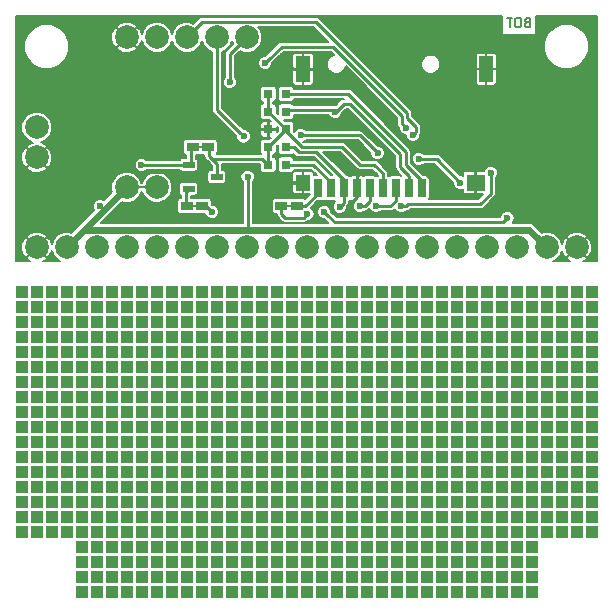
<source format=gbl>
G04 #@! TF.FileFunction,Copper,L2,Bot,Signal*
%FSLAX46Y46*%
G04 Gerber Fmt 4.6, Leading zero omitted, Abs format (unit mm)*
G04 Created by KiCad (PCBNEW 4.0.7) date Mon Nov 27 18:48:16 2017*
%MOMM*%
%LPD*%
G01*
G04 APERTURE LIST*
%ADD10C,0.100000*%
%ADD11C,0.150000*%
%ADD12C,1.998980*%
%ADD13R,1.000000X1.000000*%
%ADD14R,0.800000X0.800000*%
%ADD15R,1.200000X2.200000*%
%ADD16R,0.700000X1.600000*%
%ADD17R,1.200000X1.400000*%
%ADD18R,1.600000X1.400000*%
%ADD19R,1.000760X0.551180*%
%ADD20R,1.000000X0.800000*%
%ADD21C,0.600000*%
%ADD22C,0.600000*%
%ADD23C,0.250000*%
%ADD24C,0.200000*%
G04 APERTURE END LIST*
D10*
D11*
X73666666Y-30942857D02*
X73552380Y-30980952D01*
X73514285Y-31019048D01*
X73476190Y-31095238D01*
X73476190Y-31209524D01*
X73514285Y-31285714D01*
X73552380Y-31323810D01*
X73628571Y-31361905D01*
X73933333Y-31361905D01*
X73933333Y-30561905D01*
X73666666Y-30561905D01*
X73590476Y-30600000D01*
X73552380Y-30638095D01*
X73514285Y-30714286D01*
X73514285Y-30790476D01*
X73552380Y-30866667D01*
X73590476Y-30904762D01*
X73666666Y-30942857D01*
X73933333Y-30942857D01*
X72980952Y-30561905D02*
X72828571Y-30561905D01*
X72752380Y-30600000D01*
X72676190Y-30676190D01*
X72638095Y-30828571D01*
X72638095Y-31095238D01*
X72676190Y-31247619D01*
X72752380Y-31323810D01*
X72828571Y-31361905D01*
X72980952Y-31361905D01*
X73057142Y-31323810D01*
X73133333Y-31247619D01*
X73171428Y-31095238D01*
X73171428Y-30828571D01*
X73133333Y-30676190D01*
X73057142Y-30600000D01*
X72980952Y-30561905D01*
X72409524Y-30561905D02*
X71952381Y-30561905D01*
X72180952Y-31361905D02*
X72180952Y-30561905D01*
D12*
X42300000Y-44920000D03*
X39760000Y-44920000D03*
D13*
X51190000Y-77940000D03*
X48650000Y-77940000D03*
X49920000Y-77940000D03*
X49920000Y-79210000D03*
X51190000Y-79210000D03*
X48650000Y-79210000D03*
X43570000Y-77940000D03*
X47380000Y-77940000D03*
X46110000Y-79210000D03*
X46110000Y-77940000D03*
X44840000Y-77940000D03*
X47380000Y-79210000D03*
X43570000Y-79210000D03*
X44840000Y-79210000D03*
X58810000Y-79210000D03*
X60080000Y-77940000D03*
X57540000Y-77940000D03*
X60080000Y-79210000D03*
X57540000Y-79210000D03*
X58810000Y-77940000D03*
X56270000Y-77940000D03*
X55000000Y-77940000D03*
X53730000Y-77940000D03*
X52460000Y-77940000D03*
X53730000Y-79210000D03*
X55000000Y-79210000D03*
X56270000Y-79210000D03*
X52460000Y-79210000D03*
X71510000Y-77940000D03*
X72780000Y-79210000D03*
X71510000Y-79210000D03*
X72780000Y-77940000D03*
X74050000Y-77940000D03*
X74050000Y-79210000D03*
X62620000Y-79210000D03*
X61350000Y-77940000D03*
X61350000Y-79210000D03*
X62620000Y-77940000D03*
X63890000Y-79210000D03*
X65160000Y-79210000D03*
X63890000Y-77940000D03*
X66430000Y-79210000D03*
X67700000Y-77940000D03*
X67700000Y-79210000D03*
X66430000Y-77940000D03*
X65160000Y-77940000D03*
X68970000Y-79210000D03*
X70240000Y-77940000D03*
X70240000Y-79210000D03*
X68970000Y-77940000D03*
X37220000Y-77940000D03*
X37220000Y-79210000D03*
X35950000Y-79210000D03*
X41030000Y-79210000D03*
X41030000Y-77940000D03*
X39760000Y-79210000D03*
X38490000Y-79210000D03*
X38490000Y-77940000D03*
X39760000Y-77940000D03*
X42300000Y-77940000D03*
X42300000Y-79210000D03*
X35950000Y-77940000D03*
X53730000Y-71590000D03*
X55000000Y-70320000D03*
X53730000Y-72860000D03*
X53730000Y-70320000D03*
X56270000Y-74130000D03*
X51190000Y-74130000D03*
X49920000Y-72860000D03*
X52460000Y-72860000D03*
X52460000Y-74130000D03*
X49920000Y-74130000D03*
X51190000Y-72860000D03*
X53730000Y-69050000D03*
X52460000Y-69050000D03*
X51190000Y-69050000D03*
X49920000Y-69050000D03*
X51190000Y-71590000D03*
X49920000Y-70320000D03*
X52460000Y-70320000D03*
X52460000Y-71590000D03*
X49920000Y-71590000D03*
X51190000Y-70320000D03*
X55000000Y-69050000D03*
X56270000Y-69050000D03*
X57540000Y-76670000D03*
X55000000Y-76670000D03*
X56270000Y-76670000D03*
X56270000Y-75400000D03*
X56270000Y-71590000D03*
X56270000Y-72860000D03*
X55000000Y-71590000D03*
X56270000Y-70320000D03*
X55000000Y-72860000D03*
X51190000Y-75400000D03*
X49920000Y-75400000D03*
X52460000Y-75400000D03*
X52460000Y-76670000D03*
X49920000Y-76670000D03*
X51190000Y-76670000D03*
X53730000Y-76670000D03*
X53730000Y-74130000D03*
X55000000Y-74130000D03*
X55000000Y-75400000D03*
X53730000Y-75400000D03*
X34680000Y-69050000D03*
X37220000Y-71590000D03*
X37220000Y-70320000D03*
X38490000Y-71590000D03*
X38490000Y-70320000D03*
X39760000Y-71590000D03*
X34680000Y-71590000D03*
X34680000Y-70320000D03*
X35950000Y-70320000D03*
X35950000Y-71590000D03*
X35950000Y-69050000D03*
X37220000Y-69050000D03*
X39760000Y-69050000D03*
X38490000Y-69050000D03*
X39760000Y-70320000D03*
X41030000Y-71590000D03*
X42300000Y-70320000D03*
X41030000Y-70320000D03*
X41030000Y-69050000D03*
X42300000Y-69050000D03*
X44840000Y-69050000D03*
X47380000Y-69050000D03*
X47380000Y-70320000D03*
X48650000Y-69050000D03*
X48650000Y-70320000D03*
X42300000Y-71590000D03*
X43570000Y-70320000D03*
X43570000Y-69050000D03*
X43570000Y-71590000D03*
X44840000Y-70320000D03*
X44840000Y-71590000D03*
X47380000Y-71590000D03*
X46110000Y-69050000D03*
X48650000Y-71590000D03*
X46110000Y-70320000D03*
X46110000Y-71590000D03*
X33410000Y-71590000D03*
X30870000Y-70320000D03*
X32140000Y-71590000D03*
X32140000Y-70320000D03*
X33410000Y-70320000D03*
X30870000Y-71590000D03*
X33410000Y-69050000D03*
X30870000Y-69050000D03*
X32140000Y-69050000D03*
X37220000Y-76670000D03*
X35950000Y-76670000D03*
X35950000Y-75400000D03*
X37220000Y-75400000D03*
X39760000Y-76670000D03*
X38490000Y-76670000D03*
X38490000Y-75400000D03*
X37220000Y-74130000D03*
X35950000Y-74130000D03*
X35950000Y-72860000D03*
X38490000Y-72860000D03*
X37220000Y-72860000D03*
X30870000Y-74130000D03*
X30870000Y-72860000D03*
X34680000Y-74130000D03*
X34680000Y-72860000D03*
X32140000Y-74130000D03*
X32140000Y-72860000D03*
X33410000Y-72860000D03*
X33410000Y-74130000D03*
X38490000Y-74130000D03*
X39760000Y-75400000D03*
X39760000Y-72860000D03*
X39760000Y-74130000D03*
X47380000Y-74130000D03*
X48650000Y-72860000D03*
X46110000Y-74130000D03*
X47380000Y-72860000D03*
X48650000Y-74130000D03*
X41030000Y-74130000D03*
X43570000Y-74130000D03*
X42300000Y-74130000D03*
X42300000Y-72860000D03*
X43570000Y-72860000D03*
X41030000Y-72860000D03*
X47380000Y-76670000D03*
X47380000Y-75400000D03*
X48650000Y-76670000D03*
X48650000Y-75400000D03*
X46110000Y-76670000D03*
X41030000Y-76670000D03*
X41030000Y-75400000D03*
X42300000Y-75400000D03*
X42300000Y-76670000D03*
X43570000Y-76670000D03*
X43570000Y-75400000D03*
X44840000Y-74130000D03*
X46110000Y-72860000D03*
X44840000Y-72860000D03*
X44840000Y-76670000D03*
X46110000Y-75400000D03*
X44840000Y-75400000D03*
X62620000Y-76670000D03*
X62620000Y-75400000D03*
X61350000Y-76670000D03*
X61350000Y-75400000D03*
X60080000Y-75400000D03*
X60080000Y-74130000D03*
X60080000Y-76670000D03*
X58810000Y-69050000D03*
X58810000Y-70320000D03*
X61350000Y-70320000D03*
X60080000Y-70320000D03*
X60080000Y-69050000D03*
X61350000Y-74130000D03*
X61350000Y-72860000D03*
X60080000Y-72860000D03*
X61350000Y-71590000D03*
X60080000Y-71590000D03*
X57540000Y-72860000D03*
X58810000Y-71590000D03*
X58810000Y-72860000D03*
X57540000Y-71590000D03*
X57540000Y-69050000D03*
X57540000Y-70320000D03*
X58810000Y-76670000D03*
X57540000Y-75400000D03*
X58810000Y-74130000D03*
X58810000Y-75400000D03*
X57540000Y-74130000D03*
X70240000Y-72860000D03*
X70240000Y-74130000D03*
X70240000Y-71590000D03*
X71510000Y-71590000D03*
X75320000Y-74130000D03*
X74050000Y-76670000D03*
X74050000Y-75400000D03*
X74050000Y-74130000D03*
X75320000Y-71590000D03*
X75320000Y-72860000D03*
X77860000Y-74130000D03*
X77860000Y-71590000D03*
X76590000Y-74130000D03*
X76590000Y-71590000D03*
X76590000Y-72860000D03*
X79130000Y-71590000D03*
X79130000Y-72860000D03*
X77860000Y-72860000D03*
X79130000Y-74130000D03*
X70240000Y-75400000D03*
X71510000Y-75400000D03*
X72780000Y-76670000D03*
X71510000Y-76670000D03*
X72780000Y-75400000D03*
X70240000Y-76670000D03*
X74050000Y-71590000D03*
X74050000Y-72860000D03*
X71510000Y-72860000D03*
X71510000Y-74130000D03*
X72780000Y-74130000D03*
X72780000Y-71590000D03*
X72780000Y-72860000D03*
X71510000Y-69050000D03*
X72780000Y-69050000D03*
X79130000Y-70320000D03*
X79130000Y-69050000D03*
X77860000Y-70320000D03*
X75320000Y-70320000D03*
X74050000Y-69050000D03*
X74050000Y-70320000D03*
X75320000Y-69050000D03*
X70240000Y-70320000D03*
X71510000Y-70320000D03*
X70240000Y-69050000D03*
X72780000Y-70320000D03*
X77860000Y-69050000D03*
X76590000Y-70320000D03*
X76590000Y-69050000D03*
X68970000Y-76670000D03*
X67700000Y-74130000D03*
X67700000Y-76670000D03*
X68970000Y-74130000D03*
X67700000Y-75400000D03*
X68970000Y-75400000D03*
X63890000Y-76670000D03*
X63890000Y-75400000D03*
X65160000Y-76670000D03*
X66430000Y-74130000D03*
X66430000Y-75400000D03*
X65160000Y-75400000D03*
X66430000Y-76670000D03*
X65160000Y-74130000D03*
X65160000Y-69050000D03*
X66430000Y-69050000D03*
X63890000Y-70320000D03*
X61350000Y-69050000D03*
X62620000Y-70320000D03*
X62620000Y-69050000D03*
X63890000Y-74130000D03*
X63890000Y-71590000D03*
X63890000Y-72860000D03*
X62620000Y-72860000D03*
X62620000Y-71590000D03*
X62620000Y-74130000D03*
X67700000Y-71590000D03*
X65160000Y-71590000D03*
X65160000Y-72860000D03*
X67700000Y-70320000D03*
X66430000Y-71590000D03*
X65160000Y-70320000D03*
X67700000Y-72860000D03*
X68970000Y-71590000D03*
X68970000Y-72860000D03*
X66430000Y-70320000D03*
X66430000Y-72860000D03*
X68970000Y-70320000D03*
X67700000Y-69050000D03*
X68970000Y-69050000D03*
X63890000Y-69050000D03*
X41030000Y-67780000D03*
X41030000Y-65240000D03*
X41030000Y-62700000D03*
X41030000Y-60160000D03*
X41030000Y-66510000D03*
X41030000Y-63970000D03*
X41030000Y-61430000D03*
X41030000Y-58890000D03*
X42300000Y-66510000D03*
X42300000Y-63970000D03*
X42300000Y-61430000D03*
X42300000Y-58890000D03*
X42300000Y-67780000D03*
X42300000Y-65240000D03*
X42300000Y-62700000D03*
X42300000Y-60160000D03*
X43570000Y-67780000D03*
X43570000Y-65240000D03*
X43570000Y-62700000D03*
X43570000Y-60160000D03*
X43570000Y-66510000D03*
X43570000Y-63970000D03*
X43570000Y-61430000D03*
X43570000Y-58890000D03*
X34680000Y-67780000D03*
X34680000Y-65240000D03*
X34680000Y-62700000D03*
X34680000Y-60160000D03*
X33410000Y-67780000D03*
X33410000Y-65240000D03*
X33410000Y-62700000D03*
X33410000Y-60160000D03*
X32140000Y-67780000D03*
X32140000Y-65240000D03*
X32140000Y-62700000D03*
X32140000Y-60160000D03*
X34680000Y-66510000D03*
X34680000Y-63970000D03*
X34680000Y-61430000D03*
X34680000Y-58890000D03*
X32140000Y-66510000D03*
X32140000Y-63970000D03*
X32140000Y-61430000D03*
X32140000Y-58890000D03*
X33410000Y-66510000D03*
X33410000Y-63970000D03*
X33410000Y-61430000D03*
X33410000Y-58890000D03*
X37220000Y-67780000D03*
X37220000Y-65240000D03*
X37220000Y-62700000D03*
X37220000Y-60160000D03*
X37220000Y-66510000D03*
X37220000Y-63970000D03*
X37220000Y-61430000D03*
X37220000Y-58890000D03*
X35950000Y-66510000D03*
X35950000Y-63970000D03*
X35950000Y-61430000D03*
X35950000Y-58890000D03*
X35950000Y-67780000D03*
X35950000Y-65240000D03*
X35950000Y-62700000D03*
X35950000Y-60160000D03*
X39760000Y-67780000D03*
X39760000Y-65240000D03*
X39760000Y-62700000D03*
X39760000Y-60160000D03*
X39760000Y-66510000D03*
X39760000Y-63970000D03*
X39760000Y-61430000D03*
X39760000Y-58890000D03*
X38490000Y-67780000D03*
X38490000Y-65240000D03*
X38490000Y-62700000D03*
X38490000Y-60160000D03*
X38490000Y-66510000D03*
X38490000Y-63970000D03*
X38490000Y-61430000D03*
X38490000Y-58890000D03*
X47380000Y-67780000D03*
X47380000Y-65240000D03*
X47380000Y-62700000D03*
X47380000Y-60160000D03*
X47380000Y-66510000D03*
X47380000Y-63970000D03*
X47380000Y-61430000D03*
X47380000Y-58890000D03*
X48650000Y-67780000D03*
X48650000Y-65240000D03*
X48650000Y-62700000D03*
X48650000Y-60160000D03*
X48650000Y-66510000D03*
X48650000Y-63970000D03*
X48650000Y-61430000D03*
X48650000Y-58890000D03*
X46110000Y-67780000D03*
X46110000Y-65240000D03*
X46110000Y-62700000D03*
X46110000Y-60160000D03*
X44840000Y-66510000D03*
X44840000Y-63970000D03*
X44840000Y-61430000D03*
X44840000Y-58890000D03*
X44840000Y-67780000D03*
X44840000Y-65240000D03*
X44840000Y-62700000D03*
X44840000Y-60160000D03*
X46110000Y-66510000D03*
X46110000Y-63970000D03*
X46110000Y-61430000D03*
X46110000Y-58890000D03*
X75320000Y-67780000D03*
X75320000Y-65240000D03*
X75320000Y-62700000D03*
X75320000Y-60160000D03*
X77860000Y-67780000D03*
X77860000Y-65240000D03*
X77860000Y-62700000D03*
X77860000Y-60160000D03*
X76590000Y-67780000D03*
X76590000Y-65240000D03*
X76590000Y-62700000D03*
X76590000Y-60160000D03*
X79130000Y-67780000D03*
X79130000Y-65240000D03*
X79130000Y-62700000D03*
X79130000Y-60160000D03*
X74050000Y-67780000D03*
X74050000Y-65240000D03*
X74050000Y-62700000D03*
X74050000Y-60160000D03*
X79130000Y-66510000D03*
X79130000Y-63970000D03*
X79130000Y-61430000D03*
X79130000Y-58890000D03*
X75320000Y-66510000D03*
X75320000Y-63970000D03*
X75320000Y-61430000D03*
X75320000Y-58890000D03*
X74050000Y-66510000D03*
X74050000Y-63970000D03*
X74050000Y-61430000D03*
X74050000Y-58890000D03*
X76590000Y-66510000D03*
X76590000Y-63970000D03*
X76590000Y-61430000D03*
X76590000Y-58890000D03*
X77860000Y-66510000D03*
X77860000Y-63970000D03*
X77860000Y-61430000D03*
X77860000Y-58890000D03*
X68970000Y-67780000D03*
X68970000Y-65240000D03*
X68970000Y-62700000D03*
X68970000Y-60160000D03*
X70240000Y-66510000D03*
X70240000Y-63970000D03*
X70240000Y-61430000D03*
X70240000Y-58890000D03*
X67700000Y-67780000D03*
X67700000Y-65240000D03*
X67700000Y-62700000D03*
X67700000Y-60160000D03*
X67700000Y-66510000D03*
X67700000Y-63970000D03*
X67700000Y-61430000D03*
X67700000Y-58890000D03*
X70240000Y-67780000D03*
X70240000Y-65240000D03*
X70240000Y-62700000D03*
X70240000Y-60160000D03*
X68970000Y-66510000D03*
X68970000Y-63970000D03*
X68970000Y-61430000D03*
X68970000Y-58890000D03*
X72780000Y-67780000D03*
X72780000Y-65240000D03*
X72780000Y-62700000D03*
X72780000Y-60160000D03*
X71510000Y-67780000D03*
X71510000Y-65240000D03*
X71510000Y-62700000D03*
X71510000Y-60160000D03*
X72780000Y-66510000D03*
X72780000Y-63970000D03*
X72780000Y-61430000D03*
X72780000Y-58890000D03*
X71510000Y-66510000D03*
X71510000Y-63970000D03*
X71510000Y-61430000D03*
X71510000Y-58890000D03*
X63890000Y-67780000D03*
X63890000Y-65240000D03*
X63890000Y-62700000D03*
X63890000Y-60160000D03*
X65160000Y-67780000D03*
X65160000Y-65240000D03*
X65160000Y-62700000D03*
X65160000Y-60160000D03*
X65160000Y-66510000D03*
X65160000Y-63970000D03*
X65160000Y-61430000D03*
X65160000Y-58890000D03*
X66430000Y-67780000D03*
X66430000Y-65240000D03*
X66430000Y-62700000D03*
X66430000Y-60160000D03*
X63890000Y-66510000D03*
X63890000Y-63970000D03*
X63890000Y-61430000D03*
X63890000Y-58890000D03*
X66430000Y-66510000D03*
X66430000Y-63970000D03*
X66430000Y-61430000D03*
X66430000Y-58890000D03*
X61350000Y-67780000D03*
X61350000Y-65240000D03*
X61350000Y-62700000D03*
X61350000Y-60160000D03*
X62620000Y-66510000D03*
X62620000Y-63970000D03*
X62620000Y-61430000D03*
X62620000Y-58890000D03*
X62620000Y-67780000D03*
X62620000Y-65240000D03*
X62620000Y-62700000D03*
X62620000Y-60160000D03*
X61350000Y-66510000D03*
X61350000Y-63970000D03*
X61350000Y-61430000D03*
X61350000Y-58890000D03*
X60080000Y-66510000D03*
X60080000Y-63970000D03*
X60080000Y-61430000D03*
X60080000Y-58890000D03*
X60080000Y-67780000D03*
X60080000Y-65240000D03*
X60080000Y-62700000D03*
X60080000Y-60160000D03*
X58810000Y-67780000D03*
X58810000Y-65240000D03*
X58810000Y-62700000D03*
X58810000Y-60160000D03*
X58810000Y-66510000D03*
X58810000Y-63970000D03*
X58810000Y-61430000D03*
X58810000Y-58890000D03*
X53730000Y-67780000D03*
X53730000Y-65240000D03*
X53730000Y-62700000D03*
X53730000Y-60160000D03*
X53730000Y-66510000D03*
X53730000Y-63970000D03*
X53730000Y-61430000D03*
X53730000Y-58890000D03*
X51190000Y-67780000D03*
X51190000Y-65240000D03*
X51190000Y-62700000D03*
X51190000Y-60160000D03*
X51190000Y-66510000D03*
X51190000Y-63970000D03*
X51190000Y-61430000D03*
X51190000Y-58890000D03*
X49920000Y-66510000D03*
X49920000Y-63970000D03*
X49920000Y-61430000D03*
X49920000Y-58890000D03*
X52460000Y-66510000D03*
X52460000Y-63970000D03*
X52460000Y-61430000D03*
X52460000Y-58890000D03*
X52460000Y-67780000D03*
X52460000Y-65240000D03*
X52460000Y-62700000D03*
X52460000Y-60160000D03*
X49920000Y-67780000D03*
X49920000Y-65240000D03*
X49920000Y-62700000D03*
X49920000Y-60160000D03*
X30870000Y-67780000D03*
X30870000Y-65240000D03*
X30870000Y-62700000D03*
X30870000Y-60160000D03*
X30870000Y-66510000D03*
X30870000Y-63970000D03*
X30870000Y-61430000D03*
X30870000Y-58890000D03*
X57540000Y-67780000D03*
X57540000Y-65240000D03*
X57540000Y-62700000D03*
X57540000Y-60160000D03*
X56270000Y-67780000D03*
X56270000Y-65240000D03*
X56270000Y-62700000D03*
X56270000Y-60160000D03*
X56270000Y-66510000D03*
X56270000Y-63970000D03*
X56270000Y-61430000D03*
X56270000Y-58890000D03*
X55000000Y-67780000D03*
X55000000Y-65240000D03*
X55000000Y-62700000D03*
X55000000Y-60160000D03*
X55000000Y-66510000D03*
X55000000Y-63970000D03*
X55000000Y-61430000D03*
X55000000Y-58890000D03*
X57540000Y-66510000D03*
X57540000Y-63970000D03*
X57540000Y-61430000D03*
X57540000Y-58890000D03*
X41030000Y-57620000D03*
X41030000Y-56350000D03*
X42300000Y-56350000D03*
X42300000Y-57620000D03*
X43570000Y-57620000D03*
X43570000Y-56350000D03*
X34680000Y-57620000D03*
X33410000Y-57620000D03*
X32140000Y-57620000D03*
X34680000Y-56350000D03*
X32140000Y-56350000D03*
X33410000Y-56350000D03*
X37220000Y-57620000D03*
X37220000Y-56350000D03*
X35950000Y-56350000D03*
X35950000Y-57620000D03*
X39760000Y-57620000D03*
X39760000Y-56350000D03*
X38490000Y-57620000D03*
X38490000Y-56350000D03*
X47380000Y-57620000D03*
X47380000Y-56350000D03*
X48650000Y-57620000D03*
X48650000Y-56350000D03*
X46110000Y-57620000D03*
X44840000Y-56350000D03*
X44840000Y-57620000D03*
X46110000Y-56350000D03*
X75320000Y-57620000D03*
X77860000Y-57620000D03*
X76590000Y-57620000D03*
X79130000Y-57620000D03*
X74050000Y-57620000D03*
X79130000Y-56350000D03*
X75320000Y-56350000D03*
X74050000Y-56350000D03*
X76590000Y-56350000D03*
X77860000Y-56350000D03*
X68970000Y-57620000D03*
X70240000Y-56350000D03*
X67700000Y-57620000D03*
X67700000Y-56350000D03*
X70240000Y-57620000D03*
X68970000Y-56350000D03*
X72780000Y-57620000D03*
X71510000Y-57620000D03*
X72780000Y-56350000D03*
X71510000Y-56350000D03*
X63890000Y-57620000D03*
X65160000Y-57620000D03*
X65160000Y-56350000D03*
X66430000Y-57620000D03*
X63890000Y-56350000D03*
X66430000Y-56350000D03*
X61350000Y-57620000D03*
X62620000Y-56350000D03*
X62620000Y-57620000D03*
X61350000Y-56350000D03*
X60080000Y-56350000D03*
X60080000Y-57620000D03*
X58810000Y-57620000D03*
X58810000Y-56350000D03*
X53730000Y-57620000D03*
X53730000Y-56350000D03*
X51190000Y-57620000D03*
X51190000Y-56350000D03*
X49920000Y-56350000D03*
X52460000Y-56350000D03*
X52460000Y-57620000D03*
X49920000Y-57620000D03*
X30870000Y-57620000D03*
X30870000Y-56350000D03*
X57540000Y-57620000D03*
X56270000Y-57620000D03*
X56270000Y-56350000D03*
X55000000Y-57620000D03*
X55000000Y-56350000D03*
X57540000Y-56350000D03*
X37220000Y-55080000D03*
X38490000Y-55080000D03*
X39760000Y-55080000D03*
X48650000Y-55080000D03*
X47380000Y-55080000D03*
X46110000Y-55080000D03*
X44840000Y-55080000D03*
X43570000Y-55080000D03*
X41030000Y-55080000D03*
X42300000Y-55080000D03*
X79130000Y-55080000D03*
X75320000Y-55080000D03*
X76590000Y-55080000D03*
X74050000Y-55080000D03*
X77860000Y-55080000D03*
X66430000Y-55080000D03*
X63890000Y-55080000D03*
X65160000Y-55080000D03*
X71510000Y-55080000D03*
X72780000Y-55080000D03*
X70240000Y-55080000D03*
X68970000Y-55080000D03*
X67700000Y-55080000D03*
X61350000Y-55080000D03*
X62620000Y-55080000D03*
X52460000Y-55080000D03*
X56270000Y-55080000D03*
X53730000Y-55080000D03*
X55000000Y-55080000D03*
X49920000Y-55080000D03*
X51190000Y-55080000D03*
X57540000Y-55080000D03*
X58810000Y-55080000D03*
X60080000Y-55080000D03*
X35950000Y-55080000D03*
X34680000Y-55080000D03*
X32140000Y-55080000D03*
X30870000Y-55080000D03*
X33410000Y-55080000D03*
X79130000Y-53810000D03*
X72780000Y-53810000D03*
X71510000Y-53810000D03*
X77860000Y-53810000D03*
X74050000Y-53810000D03*
X75320000Y-53810000D03*
X76590000Y-53810000D03*
X68970000Y-53810000D03*
X70240000Y-53810000D03*
X67700000Y-53810000D03*
X55000000Y-53810000D03*
X51190000Y-53810000D03*
X52460000Y-53810000D03*
X53730000Y-53810000D03*
X65160000Y-53810000D03*
X66430000Y-53810000D03*
X60080000Y-53810000D03*
X58810000Y-53810000D03*
X62620000Y-53810000D03*
X63890000Y-53810000D03*
X61350000Y-53810000D03*
X56270000Y-53810000D03*
X57540000Y-53810000D03*
X42300000Y-53810000D03*
X41030000Y-53810000D03*
X43570000Y-53810000D03*
X48650000Y-53810000D03*
X49920000Y-53810000D03*
X46110000Y-53810000D03*
X44840000Y-53810000D03*
X47380000Y-53810000D03*
X38490000Y-53810000D03*
X35950000Y-53810000D03*
X39760000Y-53810000D03*
X37220000Y-53810000D03*
X34680000Y-53810000D03*
X33410000Y-53810000D03*
X32140000Y-53810000D03*
D12*
X32140000Y-39840000D03*
X32140000Y-42380000D03*
X49920000Y-32220000D03*
X47380000Y-32220000D03*
X44840000Y-32220000D03*
X42300000Y-32220000D03*
X39760000Y-32220000D03*
D14*
X51750000Y-40000000D03*
X53250000Y-40000000D03*
X51750000Y-43000000D03*
X53250000Y-43000000D03*
X51750000Y-41500000D03*
X53250000Y-41500000D03*
X51750000Y-38500000D03*
X53250000Y-38500000D03*
X51750000Y-37000000D03*
X53250000Y-37000000D03*
D15*
X70200000Y-34900000D03*
D16*
X64750000Y-45000000D03*
X63650000Y-45000000D03*
X62550000Y-45000000D03*
X61450000Y-45000000D03*
X60350000Y-45000000D03*
X59250000Y-45000000D03*
X58150000Y-45000000D03*
X57050000Y-45000000D03*
X55950000Y-45000000D03*
D17*
X54700000Y-44500000D03*
D18*
X69300000Y-44500000D03*
D15*
X54700000Y-34900000D03*
D12*
X77860000Y-50000000D03*
X75320000Y-50000000D03*
X72780000Y-50000000D03*
X62620000Y-50000000D03*
X60080000Y-50000000D03*
X57540000Y-50000000D03*
X55000000Y-50000000D03*
X52460000Y-50000000D03*
X65160000Y-50000000D03*
X67700000Y-50000000D03*
X70240000Y-50000000D03*
X49920000Y-50000000D03*
X47380000Y-50000000D03*
X44840000Y-50000000D03*
X32140000Y-50000000D03*
X34680000Y-50000000D03*
X37220000Y-50000000D03*
X39760000Y-50000000D03*
X42300000Y-50000000D03*
D13*
X30870000Y-53810000D03*
D19*
X45000000Y-43000000D03*
X45000000Y-45026920D03*
X47397760Y-44026160D03*
D20*
X52850000Y-46500000D03*
X54150000Y-46500000D03*
X46150000Y-46500000D03*
X44850000Y-46500000D03*
X45350000Y-41500000D03*
X46650000Y-41500000D03*
D21*
X41000000Y-43000000D03*
X48500000Y-36000000D03*
X54500000Y-40500000D03*
X61000000Y-42000000D03*
X37500000Y-46500000D03*
X50000000Y-44000000D03*
X40249978Y-42250000D03*
X47500000Y-40250000D03*
X67000000Y-39500000D03*
X69000000Y-39500000D03*
X43458058Y-47700000D03*
X59225899Y-47249979D03*
X67866606Y-47249979D03*
X61750000Y-47249979D03*
X66374990Y-47249979D03*
X64000000Y-47000000D03*
X61500000Y-32500000D03*
X61500000Y-34500000D03*
X44500000Y-44000000D03*
X43000000Y-41500000D03*
X51000000Y-47500000D03*
X64000000Y-41500000D03*
X69500000Y-45599998D03*
X64500018Y-39000000D03*
X58489850Y-38510158D03*
X69000000Y-37500000D03*
X46434306Y-47565694D03*
X41000000Y-47500000D03*
X52272073Y-31727927D03*
X57311593Y-42542953D03*
X64978817Y-43625010D03*
X62308190Y-43587393D03*
X61500000Y-38500000D03*
X50996435Y-39253565D03*
X31000000Y-45500000D03*
X70500000Y-33000000D03*
X38500000Y-47500000D03*
X78250000Y-45500000D03*
X56250000Y-34500000D03*
X53500000Y-34299984D03*
X54250000Y-37750000D03*
X54250000Y-39000011D03*
X48750000Y-44000000D03*
X49000000Y-47250000D03*
X42000000Y-40250000D03*
X43500000Y-36000000D03*
X42000000Y-36750000D03*
X37750000Y-35500000D03*
X35500000Y-37250000D03*
X55500000Y-31750000D03*
X58500000Y-31750000D03*
X64500000Y-31750000D03*
X67500000Y-31750000D03*
X60500000Y-43699998D03*
X55070594Y-47170393D03*
X56500000Y-46999996D03*
X71999984Y-47500000D03*
X49654702Y-40600011D03*
X64000000Y-40500000D03*
X51500000Y-34374990D03*
X63434306Y-39849966D03*
X57410705Y-38516073D03*
X60874990Y-46500000D03*
X59500525Y-46498581D03*
X57810472Y-46546137D03*
X47000014Y-47000000D03*
X63000000Y-46500000D03*
X70584466Y-43676317D03*
X67999954Y-44500000D03*
X64500000Y-42500000D03*
D22*
X50000000Y-48500000D02*
X73820000Y-48500000D01*
X73820000Y-48500000D02*
X74320511Y-49000511D01*
X74320511Y-49000511D02*
X75320000Y-50000000D01*
D23*
X44000000Y-43000000D02*
X41000000Y-43000000D01*
D11*
X45250000Y-41500000D02*
X46750000Y-41500000D01*
D23*
X44220000Y-43000000D02*
X44000000Y-43000000D01*
X45000000Y-43000000D02*
X44220000Y-43000000D01*
X45250000Y-41500000D02*
X45250000Y-42750000D01*
X45250000Y-42750000D02*
X45000000Y-43000000D01*
X48500000Y-36000000D02*
X48500000Y-33640000D01*
X48500000Y-33640000D02*
X49920000Y-32220000D01*
X59500000Y-40500000D02*
X54924264Y-40500000D01*
X61000000Y-42000000D02*
X59500000Y-40500000D01*
X54924264Y-40500000D02*
X54500000Y-40500000D01*
D11*
X39760000Y-44920000D02*
X42300000Y-44920000D01*
D22*
X38760511Y-45919489D02*
X37930000Y-46750000D01*
X37930000Y-46750000D02*
X36180000Y-48500000D01*
D23*
X37880001Y-46799999D02*
X37930000Y-46750000D01*
X37500000Y-46500000D02*
X37799999Y-46799999D01*
X37799999Y-46799999D02*
X37880001Y-46799999D01*
D22*
X36180000Y-48500000D02*
X50000000Y-48500000D01*
D23*
X50000000Y-44000000D02*
X50000000Y-48500000D01*
D22*
X36180000Y-48500000D02*
X34680000Y-50000000D01*
X39760000Y-44920000D02*
X38760511Y-45919489D01*
D23*
X46750000Y-42250000D02*
X47000000Y-42500000D01*
X47000000Y-42500000D02*
X47397760Y-42897760D01*
X47397760Y-42500000D02*
X47000000Y-42500000D01*
X51750000Y-43000000D02*
X51250000Y-42500000D01*
X51250000Y-42500000D02*
X47397760Y-42500000D01*
X47397760Y-42897760D02*
X47397760Y-44026160D01*
X46750000Y-41500000D02*
X46750000Y-42250000D01*
X60725004Y-43000000D02*
X61450000Y-43724996D01*
X53250000Y-40175004D02*
X54574996Y-41500000D01*
X53250000Y-40000000D02*
X53250000Y-40175004D01*
X54574996Y-41500000D02*
X58000000Y-41500000D01*
X59500000Y-43000000D02*
X60725004Y-43000000D01*
X58000000Y-41500000D02*
X59500000Y-43000000D01*
X61450000Y-43724996D02*
X61450000Y-43950000D01*
X61450000Y-43950000D02*
X61450000Y-45000000D01*
X51750000Y-38500000D02*
X51750000Y-37000000D01*
X53250000Y-40000000D02*
X51750000Y-38500000D01*
X51750000Y-41500000D02*
X53250000Y-40000000D01*
X51750000Y-43000000D02*
X51750000Y-41500000D01*
X46000000Y-40250000D02*
X47500000Y-40250000D01*
X66700001Y-39799999D02*
X67000000Y-39500000D01*
X65000000Y-41500000D02*
X66700001Y-39799999D01*
X64000000Y-41500000D02*
X65000000Y-41500000D01*
X67424264Y-39500000D02*
X67000000Y-39500000D01*
X66575736Y-39500000D02*
X67000000Y-39500000D01*
X66000000Y-39500000D02*
X66575736Y-39500000D01*
X64000000Y-41500000D02*
X66000000Y-39500000D01*
X68500000Y-39000000D02*
X68000000Y-39500000D01*
X69000000Y-37500000D02*
X67000000Y-39500000D01*
X68000000Y-39500000D02*
X67424264Y-39500000D01*
X69000000Y-39500000D02*
X67000000Y-39500000D01*
X41000000Y-47500000D02*
X43258058Y-47500000D01*
X43258058Y-47500000D02*
X43458058Y-47700000D01*
X58925900Y-46949980D02*
X59225899Y-47249979D01*
X58500000Y-46524080D02*
X58925900Y-46949980D01*
X58500000Y-46500000D02*
X58500000Y-46524080D01*
X63325757Y-47249979D02*
X61750000Y-47249979D01*
X59250000Y-45750000D02*
X58500000Y-46500000D01*
X66125011Y-47000000D02*
X66374990Y-47249979D01*
X64000000Y-47000000D02*
X66125011Y-47000000D01*
X64000000Y-47000000D02*
X63575736Y-47000000D01*
X61750000Y-47249979D02*
X59225899Y-47249979D01*
X63575736Y-47000000D02*
X63325757Y-47249979D01*
X67866606Y-47249979D02*
X66374990Y-47249979D01*
X59250000Y-45000000D02*
X59250000Y-45750000D01*
X61799999Y-34799999D02*
X61500000Y-34500000D01*
X62899955Y-35899955D02*
X61799999Y-34799999D01*
X65000000Y-35899955D02*
X62899955Y-35899955D01*
X41829495Y-43595509D02*
X44095509Y-43595509D01*
X41800002Y-43625002D02*
X41829495Y-43595509D01*
X48123249Y-44626751D02*
X46126751Y-44626751D01*
X40699998Y-43625002D02*
X41800002Y-43625002D01*
X40374998Y-43300002D02*
X40699998Y-43625002D01*
X40374998Y-42699998D02*
X40374998Y-43300002D01*
X41574996Y-41500000D02*
X40374998Y-42699998D01*
X46126751Y-44626751D02*
X45500000Y-44000000D01*
X43000000Y-41500000D02*
X41574996Y-41500000D01*
X45000000Y-44000000D02*
X44924264Y-44000000D01*
X44200001Y-43700001D02*
X44500000Y-44000000D01*
X48750000Y-44000000D02*
X48123249Y-44626751D01*
X45500000Y-44000000D02*
X44924264Y-44000000D01*
X45299999Y-44299999D02*
X45000000Y-44000000D01*
X44095509Y-43595509D02*
X44200001Y-43700001D01*
X44924264Y-44000000D02*
X44500000Y-44000000D01*
X51000000Y-47075736D02*
X51000000Y-47500000D01*
X51000000Y-46575736D02*
X51000000Y-47075736D01*
X53075736Y-44500000D02*
X51000000Y-46575736D01*
X54700000Y-44500000D02*
X53075736Y-44500000D01*
X65925009Y-43925009D02*
X67599998Y-45599998D01*
X67599998Y-45599998D02*
X69500000Y-45599998D01*
X64978817Y-43625010D02*
X65278816Y-43925009D01*
X65278816Y-43925009D02*
X65925009Y-43925009D01*
X58189851Y-38810157D02*
X58489850Y-38510158D01*
X57699998Y-39300010D02*
X58189851Y-38810157D01*
X54549999Y-39300010D02*
X57699998Y-39300010D01*
X54250000Y-39000011D02*
X54549999Y-39300010D01*
X66600045Y-37500000D02*
X68575736Y-37500000D01*
X65000000Y-35899955D02*
X66600045Y-37500000D01*
X68575736Y-37500000D02*
X69000000Y-37500000D01*
X46734305Y-47865693D02*
X46434306Y-47565694D01*
X49000000Y-47250000D02*
X48384307Y-47865693D01*
X48384307Y-47865693D02*
X46734305Y-47865693D01*
X38500000Y-47500000D02*
X41000000Y-47500000D01*
X51750000Y-40000000D02*
X51100000Y-40000000D01*
X50996435Y-39677829D02*
X50996435Y-39253565D01*
X51100000Y-40000000D02*
X50996435Y-39896435D01*
X50996435Y-39896435D02*
X50996435Y-39677829D01*
D11*
X70200000Y-34900000D02*
X70200000Y-33650000D01*
X70200000Y-33650000D02*
X70500000Y-33350000D01*
X70500000Y-33350000D02*
X70500000Y-33000000D01*
D23*
X54700000Y-34900000D02*
X55850000Y-34900000D01*
X55850000Y-34900000D02*
X56250000Y-34500000D01*
X53500000Y-34550000D02*
X53500000Y-34299984D01*
X53850000Y-34900000D02*
X53500000Y-34550000D01*
X54700000Y-34900000D02*
X53850000Y-34900000D01*
X42000000Y-40250000D02*
X46000000Y-40250000D01*
X42000000Y-36750000D02*
X42000000Y-40250000D01*
X60500000Y-43699998D02*
X59500002Y-43699998D01*
X59500002Y-43699998D02*
X59250000Y-43950000D01*
X59250000Y-43950000D02*
X59250000Y-45000000D01*
X56799999Y-47299995D02*
X56500000Y-46999996D01*
X57374993Y-47874989D02*
X56799999Y-47299995D01*
X71999984Y-47500000D02*
X71624995Y-47874989D01*
X71624995Y-47874989D02*
X57374993Y-47874989D01*
D11*
X52850000Y-46500000D02*
X54150000Y-46500000D01*
D23*
X53170392Y-47470392D02*
X54770595Y-47470392D01*
X54770595Y-47470392D02*
X55070594Y-47170393D01*
X52850000Y-47150000D02*
X53170392Y-47470392D01*
X52850000Y-46500000D02*
X52850000Y-47150000D01*
X72000000Y-47500000D02*
X71999984Y-47500000D01*
X54150000Y-46500000D02*
X54900000Y-46500000D01*
X54900000Y-46500000D02*
X55950000Y-45450000D01*
X55950000Y-45450000D02*
X55950000Y-45000000D01*
X47380000Y-38325309D02*
X49354703Y-40300012D01*
X47380000Y-32220000D02*
X47380000Y-38325309D01*
X49354703Y-40300012D02*
X49654702Y-40600011D01*
X44840000Y-32220000D02*
X46164491Y-30895509D01*
X64299999Y-39815679D02*
X64299999Y-40200001D01*
X46164491Y-30895509D02*
X55752922Y-30895509D01*
X55752922Y-30895509D02*
X63500000Y-38642587D01*
X63500000Y-38642587D02*
X63500000Y-39015680D01*
X63500000Y-39015680D02*
X64299999Y-39815679D01*
X64299999Y-40200001D02*
X64000000Y-40500000D01*
X51799999Y-34074991D02*
X51500000Y-34374990D01*
X57221002Y-33000000D02*
X52874990Y-33000000D01*
X52874990Y-33000000D02*
X51799999Y-34074991D01*
X63049989Y-39465649D02*
X63049989Y-38828987D01*
X63049989Y-38828987D02*
X57221002Y-33000000D01*
X63434306Y-39849966D02*
X63049989Y-39465649D01*
X63374998Y-41874998D02*
X63374998Y-43000000D01*
X63374998Y-43000000D02*
X64750000Y-44375002D01*
X58500000Y-37000000D02*
X63374998Y-41874998D01*
X53250000Y-37000000D02*
X58500000Y-37000000D01*
X64750000Y-44375002D02*
X64750000Y-45000000D01*
X53250000Y-38500000D02*
X53374999Y-38375001D01*
X53374999Y-38375001D02*
X57375001Y-38375001D01*
X57375001Y-38375001D02*
X57500000Y-38500000D01*
X57483927Y-38516073D02*
X57410705Y-38516073D01*
X57500000Y-38500000D02*
X57483927Y-38516073D01*
X63650000Y-43950000D02*
X62924987Y-43224987D01*
X58150032Y-37849968D02*
X57500000Y-38500000D01*
X63650000Y-45000000D02*
X63650000Y-43950000D01*
X62924987Y-43224987D02*
X62924987Y-42061397D01*
X62924987Y-42061397D02*
X58713558Y-37849968D01*
X58713558Y-37849968D02*
X58150032Y-37849968D01*
X57410705Y-38516073D02*
X57426778Y-38500000D01*
X57426778Y-38500000D02*
X57500000Y-38500000D01*
X61299254Y-46500000D02*
X60874990Y-46500000D01*
X62550000Y-46050000D02*
X62100000Y-46500000D01*
X62100000Y-46500000D02*
X61299254Y-46500000D01*
X62550000Y-45000000D02*
X62550000Y-46050000D01*
X59901419Y-46498581D02*
X59500525Y-46498581D01*
X60350000Y-45000000D02*
X60350000Y-46050000D01*
X60350000Y-46050000D02*
X59901419Y-46498581D01*
X58150000Y-44265258D02*
X58150000Y-45000000D01*
X54350011Y-41950011D02*
X55834753Y-41950011D01*
X55834753Y-41950011D02*
X58150000Y-44265258D01*
X53900000Y-41500000D02*
X54350011Y-41950011D01*
X53250000Y-41500000D02*
X53900000Y-41500000D01*
X58150000Y-45000000D02*
X58150000Y-46206609D01*
X58150000Y-46206609D02*
X57810472Y-46546137D01*
X53250000Y-43000000D02*
X55574998Y-43000000D01*
X55574998Y-43000000D02*
X57050000Y-44475002D01*
X57050000Y-44475002D02*
X57050000Y-45000000D01*
D11*
X44750000Y-46500000D02*
X46250000Y-46500000D01*
D23*
X47000000Y-47000000D02*
X47000014Y-47000000D01*
X46500000Y-46500000D02*
X47000000Y-47000000D01*
X44750000Y-46500000D02*
X44750000Y-45276920D01*
X44750000Y-45276920D02*
X45000000Y-45026920D01*
X45026920Y-45026920D02*
X45000000Y-45026920D01*
X63424264Y-46500000D02*
X63000000Y-46500000D01*
X63599263Y-46325001D02*
X63424264Y-46500000D01*
X69700001Y-46325001D02*
X63599263Y-46325001D01*
X70584466Y-43676317D02*
X70584466Y-45440536D01*
X70584466Y-45440536D02*
X69700001Y-46325001D01*
X64500000Y-42500000D02*
X66000000Y-42500000D01*
X66000000Y-42500000D02*
X67999954Y-44499954D01*
X67999954Y-44499954D02*
X67999954Y-44500000D01*
D24*
G36*
X71576191Y-32015000D02*
X74423810Y-32015000D01*
X74423810Y-30375000D01*
X79625000Y-30375000D01*
X79625000Y-51170000D01*
X78436325Y-51170000D01*
X78573476Y-51116441D01*
X78618422Y-51086410D01*
X78725993Y-50901348D01*
X77860000Y-50035355D01*
X76994007Y-50901348D01*
X77101578Y-51086410D01*
X77292283Y-51170000D01*
X75891287Y-51170000D01*
X76055141Y-51102297D01*
X76421012Y-50737063D01*
X76591981Y-50325324D01*
X76743559Y-50713476D01*
X76773590Y-50758422D01*
X76958652Y-50865993D01*
X77824645Y-50000000D01*
X77895355Y-50000000D01*
X78761348Y-50865993D01*
X78946410Y-50758422D01*
X79153947Y-50284939D01*
X79164493Y-49768077D01*
X78976441Y-49286524D01*
X78946410Y-49241578D01*
X78761348Y-49134007D01*
X77895355Y-50000000D01*
X77824645Y-50000000D01*
X76958652Y-49134007D01*
X76773590Y-49241578D01*
X76587809Y-49665427D01*
X76422297Y-49264859D01*
X76256380Y-49098652D01*
X76994007Y-49098652D01*
X77860000Y-49964645D01*
X78725993Y-49098652D01*
X78618422Y-48913590D01*
X78144939Y-48706053D01*
X77628077Y-48695507D01*
X77146524Y-48883559D01*
X77101578Y-48913590D01*
X76994007Y-49098652D01*
X76256380Y-49098652D01*
X76057063Y-48898988D01*
X75579619Y-48700736D01*
X75062649Y-48700284D01*
X74925486Y-48756958D01*
X74244264Y-48075736D01*
X74049610Y-47945672D01*
X73820000Y-47900000D01*
X72448556Y-47900000D01*
X72508343Y-47840317D01*
X72599880Y-47619871D01*
X72600088Y-47381176D01*
X72508936Y-47160571D01*
X72340301Y-46991641D01*
X72119855Y-46900104D01*
X71881160Y-46899896D01*
X71660555Y-46991048D01*
X71491625Y-47159683D01*
X71400088Y-47380129D01*
X71400027Y-47449989D01*
X57551034Y-47449989D01*
X57100522Y-46999478D01*
X57100520Y-46999475D01*
X57100001Y-46998956D01*
X57100104Y-46881172D01*
X57008952Y-46660567D01*
X56840317Y-46491637D01*
X56619871Y-46400100D01*
X56381176Y-46399892D01*
X56160571Y-46491044D01*
X55991641Y-46659679D01*
X55900104Y-46880125D01*
X55899896Y-47118820D01*
X55991048Y-47339425D01*
X56159683Y-47508355D01*
X56380129Y-47599892D01*
X56498959Y-47599996D01*
X56499479Y-47600516D01*
X56499482Y-47600518D01*
X56798963Y-47900000D01*
X50425000Y-47900000D01*
X50425000Y-44600000D01*
X53800000Y-44600000D01*
X53800000Y-45259673D01*
X53845672Y-45369936D01*
X53930063Y-45454328D01*
X54040326Y-45500000D01*
X54600000Y-45500000D01*
X54675000Y-45425000D01*
X54675000Y-44525000D01*
X53875000Y-44525000D01*
X53800000Y-44600000D01*
X50425000Y-44600000D01*
X50425000Y-44423530D01*
X50508359Y-44340317D01*
X50599896Y-44119871D01*
X50600104Y-43881176D01*
X50508952Y-43660571D01*
X50340317Y-43491641D01*
X50119871Y-43400104D01*
X49881176Y-43399896D01*
X49660571Y-43491048D01*
X49491641Y-43659683D01*
X49400104Y-43880129D01*
X49399896Y-44118824D01*
X49491048Y-44339429D01*
X49575000Y-44423528D01*
X49575000Y-47900000D01*
X37628528Y-47900000D01*
X39365339Y-46163189D01*
X39500381Y-46219264D01*
X40017351Y-46219716D01*
X40495141Y-46022297D01*
X40861012Y-45657063D01*
X41011354Y-45295000D01*
X41048896Y-45295000D01*
X41197703Y-45655141D01*
X41562937Y-46021012D01*
X42040381Y-46219264D01*
X42557351Y-46219716D01*
X42847085Y-46100000D01*
X44044123Y-46100000D01*
X44044123Y-46900000D01*
X44065042Y-47011173D01*
X44130745Y-47113279D01*
X44230997Y-47181778D01*
X44350000Y-47205877D01*
X45350000Y-47205877D01*
X45461173Y-47184958D01*
X45499529Y-47160277D01*
X45530997Y-47181778D01*
X45650000Y-47205877D01*
X46435880Y-47205877D01*
X46491062Y-47339429D01*
X46659697Y-47508359D01*
X46880143Y-47599896D01*
X47118838Y-47600104D01*
X47339443Y-47508952D01*
X47508373Y-47340317D01*
X47599910Y-47119871D01*
X47600118Y-46881176D01*
X47508966Y-46660571D01*
X47340331Y-46491641D01*
X47119885Y-46400104D01*
X47001041Y-46400000D01*
X46955877Y-46354837D01*
X46955877Y-46100000D01*
X46934958Y-45988827D01*
X46869255Y-45886721D01*
X46769003Y-45818222D01*
X46650000Y-45794123D01*
X45650000Y-45794123D01*
X45538827Y-45815042D01*
X45500471Y-45839723D01*
X45469003Y-45818222D01*
X45350000Y-45794123D01*
X45175000Y-45794123D01*
X45175000Y-45608387D01*
X45500380Y-45608387D01*
X45611553Y-45587468D01*
X45713659Y-45521765D01*
X45782158Y-45421513D01*
X45806257Y-45302510D01*
X45806257Y-44751330D01*
X45785338Y-44640157D01*
X45719635Y-44538051D01*
X45619383Y-44469552D01*
X45500380Y-44445453D01*
X44499620Y-44445453D01*
X44388447Y-44466372D01*
X44286341Y-44532075D01*
X44217842Y-44632327D01*
X44193743Y-44751330D01*
X44193743Y-45302510D01*
X44214662Y-45413683D01*
X44280365Y-45515789D01*
X44325000Y-45546287D01*
X44325000Y-45798827D01*
X44238827Y-45815042D01*
X44136721Y-45880745D01*
X44068222Y-45980997D01*
X44044123Y-46100000D01*
X42847085Y-46100000D01*
X43035141Y-46022297D01*
X43401012Y-45657063D01*
X43599264Y-45179619D01*
X43599716Y-44662649D01*
X43402297Y-44184859D01*
X43037063Y-43818988D01*
X42559619Y-43620736D01*
X42042649Y-43620284D01*
X41564859Y-43817703D01*
X41198988Y-44182937D01*
X41048646Y-44545000D01*
X41011104Y-44545000D01*
X40862297Y-44184859D01*
X40497063Y-43818988D01*
X40019619Y-43620736D01*
X39502649Y-43620284D01*
X39024859Y-43817703D01*
X38658988Y-44182937D01*
X38460736Y-44660381D01*
X38460284Y-45177351D01*
X38516958Y-45314514D01*
X37839974Y-45991498D01*
X37619871Y-45900104D01*
X37381176Y-45899896D01*
X37160571Y-45991048D01*
X36991641Y-46159683D01*
X36900104Y-46380129D01*
X36899896Y-46618824D01*
X36991048Y-46839429D01*
X36991545Y-46839927D01*
X35074661Y-48756811D01*
X34939619Y-48700736D01*
X34422649Y-48700284D01*
X33944859Y-48897703D01*
X33578988Y-49262937D01*
X33408019Y-49674676D01*
X33256441Y-49286524D01*
X33226410Y-49241578D01*
X33041348Y-49134007D01*
X32175355Y-50000000D01*
X33041348Y-50865993D01*
X33226410Y-50758422D01*
X33412191Y-50334573D01*
X33577703Y-50735141D01*
X33942937Y-51101012D01*
X34109079Y-51170000D01*
X32716325Y-51170000D01*
X32853476Y-51116441D01*
X32898422Y-51086410D01*
X33005993Y-50901348D01*
X32140000Y-50035355D01*
X31274007Y-50901348D01*
X31381578Y-51086410D01*
X31572283Y-51170000D01*
X30375000Y-51170000D01*
X30375000Y-50231923D01*
X30835507Y-50231923D01*
X31023559Y-50713476D01*
X31053590Y-50758422D01*
X31238652Y-50865993D01*
X32104645Y-50000000D01*
X31238652Y-49134007D01*
X31053590Y-49241578D01*
X30846053Y-49715061D01*
X30835507Y-50231923D01*
X30375000Y-50231923D01*
X30375000Y-49098652D01*
X31274007Y-49098652D01*
X32140000Y-49964645D01*
X33005993Y-49098652D01*
X32898422Y-48913590D01*
X32424939Y-48706053D01*
X31908077Y-48695507D01*
X31426524Y-48883559D01*
X31381578Y-48913590D01*
X31274007Y-49098652D01*
X30375000Y-49098652D01*
X30375000Y-43281348D01*
X31274007Y-43281348D01*
X31381578Y-43466410D01*
X31855061Y-43673947D01*
X32371923Y-43684493D01*
X32853476Y-43496441D01*
X32898422Y-43466410D01*
X33005993Y-43281348D01*
X32140000Y-42415355D01*
X31274007Y-43281348D01*
X30375000Y-43281348D01*
X30375000Y-42611923D01*
X30835507Y-42611923D01*
X31023559Y-43093476D01*
X31053590Y-43138422D01*
X31238652Y-43245993D01*
X32104645Y-42380000D01*
X32175355Y-42380000D01*
X33041348Y-43245993D01*
X33226410Y-43138422D01*
X33235000Y-43118824D01*
X40399896Y-43118824D01*
X40491048Y-43339429D01*
X40659683Y-43508359D01*
X40880129Y-43599896D01*
X41118824Y-43600104D01*
X41339429Y-43508952D01*
X41423528Y-43425000D01*
X44239267Y-43425000D01*
X44280365Y-43488869D01*
X44380617Y-43557368D01*
X44499620Y-43581467D01*
X45500380Y-43581467D01*
X45611553Y-43560548D01*
X45713659Y-43494845D01*
X45782158Y-43394593D01*
X45806257Y-43275590D01*
X45806257Y-42724410D01*
X45785338Y-42613237D01*
X45719635Y-42511131D01*
X45675000Y-42480633D01*
X45675000Y-42205877D01*
X45850000Y-42205877D01*
X45961173Y-42184958D01*
X45999529Y-42160277D01*
X46030997Y-42181778D01*
X46150000Y-42205877D01*
X46325000Y-42205877D01*
X46325000Y-42250000D01*
X46342965Y-42340317D01*
X46357351Y-42412641D01*
X46449480Y-42550520D01*
X46699479Y-42800520D01*
X46699482Y-42800522D01*
X46972760Y-43073801D01*
X46972760Y-43444693D01*
X46897380Y-43444693D01*
X46786207Y-43465612D01*
X46684101Y-43531315D01*
X46615602Y-43631567D01*
X46591503Y-43750570D01*
X46591503Y-44301750D01*
X46612422Y-44412923D01*
X46678125Y-44515029D01*
X46778377Y-44583528D01*
X46897380Y-44607627D01*
X47898140Y-44607627D01*
X48009313Y-44586708D01*
X48111419Y-44521005D01*
X48179918Y-44420753D01*
X48204017Y-44301750D01*
X48204017Y-43750570D01*
X48183098Y-43639397D01*
X48117395Y-43537291D01*
X48017143Y-43468792D01*
X47898140Y-43444693D01*
X47822760Y-43444693D01*
X47822760Y-42925000D01*
X51044123Y-42925000D01*
X51044123Y-43400000D01*
X51065042Y-43511173D01*
X51130745Y-43613279D01*
X51230997Y-43681778D01*
X51350000Y-43705877D01*
X52150000Y-43705877D01*
X52261173Y-43684958D01*
X52363279Y-43619255D01*
X52431778Y-43519003D01*
X52455877Y-43400000D01*
X52455877Y-42600000D01*
X52434958Y-42488827D01*
X52369255Y-42386721D01*
X52269003Y-42318222D01*
X52175000Y-42299186D01*
X52175000Y-42201173D01*
X52261173Y-42184958D01*
X52363279Y-42119255D01*
X52431778Y-42019003D01*
X52455877Y-41900000D01*
X52455877Y-41395163D01*
X52544123Y-41306917D01*
X52544123Y-41900000D01*
X52565042Y-42011173D01*
X52630745Y-42113279D01*
X52730997Y-42181778D01*
X52850000Y-42205877D01*
X53650000Y-42205877D01*
X53761173Y-42184958D01*
X53863279Y-42119255D01*
X53885578Y-42086619D01*
X54049491Y-42250532D01*
X54187370Y-42342660D01*
X54350011Y-42375011D01*
X55658713Y-42375011D01*
X57177824Y-43894123D01*
X57070162Y-43894123D01*
X55875518Y-42699480D01*
X55737639Y-42607351D01*
X55710655Y-42601984D01*
X55574998Y-42575000D01*
X53951173Y-42575000D01*
X53934958Y-42488827D01*
X53869255Y-42386721D01*
X53769003Y-42318222D01*
X53650000Y-42294123D01*
X52850000Y-42294123D01*
X52738827Y-42315042D01*
X52636721Y-42380745D01*
X52568222Y-42480997D01*
X52544123Y-42600000D01*
X52544123Y-43400000D01*
X52565042Y-43511173D01*
X52630745Y-43613279D01*
X52730997Y-43681778D01*
X52850000Y-43705877D01*
X53650000Y-43705877D01*
X53761173Y-43684958D01*
X53845378Y-43630774D01*
X53800000Y-43740327D01*
X53800000Y-44400000D01*
X53875000Y-44475000D01*
X54675000Y-44475000D01*
X54675000Y-43575000D01*
X54600000Y-43500000D01*
X54040326Y-43500000D01*
X53930063Y-43545672D01*
X53877945Y-43597791D01*
X53931778Y-43519003D01*
X53950814Y-43425000D01*
X55398958Y-43425000D01*
X55868081Y-43894123D01*
X55600000Y-43894123D01*
X55600000Y-43740327D01*
X55554328Y-43630064D01*
X55469937Y-43545672D01*
X55359674Y-43500000D01*
X54800000Y-43500000D01*
X54725000Y-43575000D01*
X54725000Y-44475000D01*
X54745000Y-44475000D01*
X54745000Y-44525000D01*
X54725000Y-44525000D01*
X54725000Y-45425000D01*
X54800000Y-45500000D01*
X55294123Y-45500000D01*
X55294123Y-45504836D01*
X54886085Y-45912875D01*
X54869255Y-45886721D01*
X54769003Y-45818222D01*
X54650000Y-45794123D01*
X53650000Y-45794123D01*
X53538827Y-45815042D01*
X53500471Y-45839723D01*
X53469003Y-45818222D01*
X53350000Y-45794123D01*
X52350000Y-45794123D01*
X52238827Y-45815042D01*
X52136721Y-45880745D01*
X52068222Y-45980997D01*
X52044123Y-46100000D01*
X52044123Y-46900000D01*
X52065042Y-47011173D01*
X52130745Y-47113279D01*
X52230997Y-47181778D01*
X52350000Y-47205877D01*
X52436115Y-47205877D01*
X52451984Y-47285657D01*
X52457351Y-47312641D01*
X52549480Y-47450520D01*
X52869872Y-47770913D01*
X53007751Y-47863041D01*
X53170392Y-47895392D01*
X54770595Y-47895392D01*
X54906252Y-47868408D01*
X54933236Y-47863041D01*
X55071115Y-47770912D01*
X55071633Y-47770394D01*
X55189418Y-47770497D01*
X55410023Y-47679345D01*
X55578953Y-47510710D01*
X55670490Y-47290264D01*
X55670698Y-47051569D01*
X55579546Y-46830964D01*
X55410911Y-46662034D01*
X55360103Y-46640937D01*
X55895164Y-46105877D01*
X56300000Y-46105877D01*
X56411173Y-46084958D01*
X56501028Y-46027138D01*
X56580997Y-46081778D01*
X56700000Y-46105877D01*
X57400000Y-46105877D01*
X57402749Y-46105360D01*
X57302113Y-46205820D01*
X57210576Y-46426266D01*
X57210368Y-46664961D01*
X57301520Y-46885566D01*
X57470155Y-47054496D01*
X57690601Y-47146033D01*
X57929296Y-47146241D01*
X58149901Y-47055089D01*
X58318831Y-46886454D01*
X58410368Y-46666008D01*
X58410472Y-46547177D01*
X58450520Y-46507129D01*
X58542649Y-46369250D01*
X58551450Y-46325001D01*
X58575000Y-46206609D01*
X58575000Y-46091765D01*
X58611173Y-46084958D01*
X58702151Y-46026416D01*
X58730063Y-46054328D01*
X58840326Y-46100000D01*
X59050532Y-46100000D01*
X58992166Y-46158264D01*
X58900629Y-46378710D01*
X58900421Y-46617405D01*
X58991573Y-46838010D01*
X59160208Y-47006940D01*
X59380654Y-47098477D01*
X59619349Y-47098685D01*
X59839954Y-47007533D01*
X59929685Y-46917959D01*
X60037076Y-46896597D01*
X60064060Y-46891230D01*
X60201939Y-46799101D01*
X60306267Y-46694773D01*
X60366038Y-46839429D01*
X60534673Y-47008359D01*
X60755119Y-47099896D01*
X60993814Y-47100104D01*
X61214419Y-47008952D01*
X61298518Y-46925000D01*
X62100000Y-46925000D01*
X62235657Y-46898016D01*
X62262641Y-46892649D01*
X62400520Y-46800520D01*
X62453203Y-46747837D01*
X62491048Y-46839429D01*
X62659683Y-47008359D01*
X62880129Y-47099896D01*
X63118824Y-47100104D01*
X63339429Y-47008952D01*
X63423528Y-46925000D01*
X63424264Y-46925000D01*
X63559921Y-46898016D01*
X63586905Y-46892649D01*
X63724784Y-46800520D01*
X63775303Y-46750001D01*
X69700001Y-46750001D01*
X69835658Y-46723017D01*
X69862642Y-46717650D01*
X70000521Y-46625521D01*
X70884986Y-45741057D01*
X70962532Y-45625001D01*
X70977115Y-45603176D01*
X71009466Y-45440536D01*
X71009466Y-44099847D01*
X71092825Y-44016634D01*
X71184362Y-43796188D01*
X71184570Y-43557493D01*
X71093418Y-43336888D01*
X70924783Y-43167958D01*
X70704337Y-43076421D01*
X70465642Y-43076213D01*
X70245037Y-43167365D01*
X70076107Y-43336000D01*
X70008008Y-43500000D01*
X69400000Y-43500000D01*
X69325000Y-43575000D01*
X69325000Y-44475000D01*
X69345000Y-44475000D01*
X69345000Y-44525000D01*
X69325000Y-44525000D01*
X69325000Y-45425000D01*
X69400000Y-45500000D01*
X69923961Y-45500000D01*
X69523961Y-45900001D01*
X65385626Y-45900001D01*
X65405877Y-45800000D01*
X65405877Y-44200000D01*
X65384958Y-44088827D01*
X65319255Y-43986721D01*
X65219003Y-43918222D01*
X65100000Y-43894123D01*
X64870162Y-43894123D01*
X63799998Y-42823960D01*
X63799998Y-42618824D01*
X63899896Y-42618824D01*
X63991048Y-42839429D01*
X64159683Y-43008359D01*
X64380129Y-43099896D01*
X64618824Y-43100104D01*
X64839429Y-43008952D01*
X64923528Y-42925000D01*
X65823960Y-42925000D01*
X67399953Y-44500993D01*
X67399850Y-44618824D01*
X67491002Y-44839429D01*
X67659637Y-45008359D01*
X67880083Y-45099896D01*
X68118778Y-45100104D01*
X68200000Y-45066544D01*
X68200000Y-45259673D01*
X68245672Y-45369936D01*
X68330063Y-45454328D01*
X68440326Y-45500000D01*
X69200000Y-45500000D01*
X69275000Y-45425000D01*
X69275000Y-44525000D01*
X69255000Y-44525000D01*
X69255000Y-44475000D01*
X69275000Y-44475000D01*
X69275000Y-43575000D01*
X69200000Y-43500000D01*
X68440326Y-43500000D01*
X68330063Y-43545672D01*
X68245672Y-43630064D01*
X68200000Y-43740327D01*
X68200000Y-43933396D01*
X68119825Y-43900104D01*
X68001040Y-43900000D01*
X66300520Y-42199480D01*
X66162641Y-42107351D01*
X66135657Y-42101984D01*
X66000000Y-42075000D01*
X64923530Y-42075000D01*
X64840317Y-41991641D01*
X64619871Y-41900104D01*
X64381176Y-41899896D01*
X64160571Y-41991048D01*
X63991641Y-42159683D01*
X63900104Y-42380129D01*
X63899896Y-42618824D01*
X63799998Y-42618824D01*
X63799998Y-41874998D01*
X63767647Y-41712358D01*
X63733044Y-41660571D01*
X63675518Y-41574477D01*
X58800520Y-36699480D01*
X58662641Y-36607351D01*
X58635657Y-36601984D01*
X58500000Y-36575000D01*
X53951173Y-36575000D01*
X53934958Y-36488827D01*
X53869255Y-36386721D01*
X53769003Y-36318222D01*
X53650000Y-36294123D01*
X52850000Y-36294123D01*
X52738827Y-36315042D01*
X52636721Y-36380745D01*
X52568222Y-36480997D01*
X52544123Y-36600000D01*
X52544123Y-37400000D01*
X52565042Y-37511173D01*
X52630745Y-37613279D01*
X52730997Y-37681778D01*
X52850000Y-37705877D01*
X53650000Y-37705877D01*
X53761173Y-37684958D01*
X53863279Y-37619255D01*
X53931778Y-37519003D01*
X53950814Y-37425000D01*
X58149871Y-37425000D01*
X58014375Y-37451952D01*
X57987391Y-37457319D01*
X57849512Y-37549448D01*
X57482825Y-37916135D01*
X57291881Y-37915969D01*
X57209517Y-37950001D01*
X53909974Y-37950001D01*
X53869255Y-37886721D01*
X53769003Y-37818222D01*
X53650000Y-37794123D01*
X52850000Y-37794123D01*
X52738827Y-37815042D01*
X52636721Y-37880745D01*
X52568222Y-37980997D01*
X52544123Y-38100000D01*
X52544123Y-38693083D01*
X52455877Y-38604837D01*
X52455877Y-38100000D01*
X52434958Y-37988827D01*
X52369255Y-37886721D01*
X52269003Y-37818222D01*
X52175000Y-37799186D01*
X52175000Y-37701173D01*
X52261173Y-37684958D01*
X52363279Y-37619255D01*
X52431778Y-37519003D01*
X52455877Y-37400000D01*
X52455877Y-36600000D01*
X52434958Y-36488827D01*
X52369255Y-36386721D01*
X52269003Y-36318222D01*
X52150000Y-36294123D01*
X51350000Y-36294123D01*
X51238827Y-36315042D01*
X51136721Y-36380745D01*
X51068222Y-36480997D01*
X51044123Y-36600000D01*
X51044123Y-37400000D01*
X51065042Y-37511173D01*
X51130745Y-37613279D01*
X51230997Y-37681778D01*
X51325000Y-37700814D01*
X51325000Y-37798827D01*
X51238827Y-37815042D01*
X51136721Y-37880745D01*
X51068222Y-37980997D01*
X51044123Y-38100000D01*
X51044123Y-38900000D01*
X51065042Y-39011173D01*
X51130745Y-39113279D01*
X51230997Y-39181778D01*
X51350000Y-39205877D01*
X51854837Y-39205877D01*
X51948960Y-39300000D01*
X51850000Y-39300000D01*
X51775000Y-39375000D01*
X51775000Y-39975000D01*
X52375000Y-39975000D01*
X52450000Y-39900000D01*
X52450000Y-39801041D01*
X52544123Y-39895164D01*
X52544123Y-40104836D01*
X52450000Y-40198959D01*
X52450000Y-40100000D01*
X52375000Y-40025000D01*
X51775000Y-40025000D01*
X51775000Y-40625000D01*
X51850000Y-40700000D01*
X51948960Y-40700000D01*
X51854837Y-40794123D01*
X51350000Y-40794123D01*
X51238827Y-40815042D01*
X51136721Y-40880745D01*
X51068222Y-40980997D01*
X51044123Y-41100000D01*
X51044123Y-41900000D01*
X51065042Y-42011173D01*
X51106113Y-42075000D01*
X47393517Y-42075000D01*
X47431778Y-42019003D01*
X47455877Y-41900000D01*
X47455877Y-41100000D01*
X47434958Y-40988827D01*
X47369255Y-40886721D01*
X47269003Y-40818222D01*
X47150000Y-40794123D01*
X46150000Y-40794123D01*
X46038827Y-40815042D01*
X46000471Y-40839723D01*
X45969003Y-40818222D01*
X45850000Y-40794123D01*
X44850000Y-40794123D01*
X44738827Y-40815042D01*
X44636721Y-40880745D01*
X44568222Y-40980997D01*
X44544123Y-41100000D01*
X44544123Y-41900000D01*
X44565042Y-42011173D01*
X44630745Y-42113279D01*
X44730997Y-42181778D01*
X44825000Y-42200814D01*
X44825000Y-42418533D01*
X44499620Y-42418533D01*
X44388447Y-42439452D01*
X44286341Y-42505155D01*
X44238618Y-42575000D01*
X41423530Y-42575000D01*
X41340317Y-42491641D01*
X41119871Y-42400104D01*
X40881176Y-42399896D01*
X40660571Y-42491048D01*
X40491641Y-42659683D01*
X40400104Y-42880129D01*
X40399896Y-43118824D01*
X33235000Y-43118824D01*
X33433947Y-42664939D01*
X33444493Y-42148077D01*
X33256441Y-41666524D01*
X33226410Y-41621578D01*
X33041348Y-41514007D01*
X32175355Y-42380000D01*
X32104645Y-42380000D01*
X31238652Y-41514007D01*
X31053590Y-41621578D01*
X30846053Y-42095061D01*
X30835507Y-42611923D01*
X30375000Y-42611923D01*
X30375000Y-40097351D01*
X30840284Y-40097351D01*
X31037703Y-40575141D01*
X31402937Y-40941012D01*
X31814676Y-41111981D01*
X31426524Y-41263559D01*
X31381578Y-41293590D01*
X31274007Y-41478652D01*
X32140000Y-42344645D01*
X33005993Y-41478652D01*
X32898422Y-41293590D01*
X32474573Y-41107809D01*
X32875141Y-40942297D01*
X33241012Y-40577063D01*
X33439264Y-40099619D01*
X33439716Y-39582649D01*
X33242297Y-39104859D01*
X32877063Y-38738988D01*
X32399619Y-38540736D01*
X31882649Y-38540284D01*
X31404859Y-38737703D01*
X31038988Y-39102937D01*
X30840736Y-39580381D01*
X30840284Y-40097351D01*
X30375000Y-40097351D01*
X30375000Y-33376275D01*
X31099671Y-33376275D01*
X31388319Y-34074857D01*
X31922331Y-34609802D01*
X32620409Y-34899669D01*
X33376275Y-34900329D01*
X34074857Y-34611681D01*
X34609802Y-34077669D01*
X34899669Y-33379591D01*
X34899894Y-33121348D01*
X38894007Y-33121348D01*
X39001578Y-33306410D01*
X39475061Y-33513947D01*
X39991923Y-33524493D01*
X40473476Y-33336441D01*
X40518422Y-33306410D01*
X40625993Y-33121348D01*
X39760000Y-32255355D01*
X38894007Y-33121348D01*
X34899894Y-33121348D01*
X34900329Y-32623725D01*
X34829342Y-32451923D01*
X38455507Y-32451923D01*
X38643559Y-32933476D01*
X38673590Y-32978422D01*
X38858652Y-33085993D01*
X39724645Y-32220000D01*
X39795355Y-32220000D01*
X40661348Y-33085993D01*
X40846410Y-32978422D01*
X41032191Y-32554573D01*
X41197703Y-32955141D01*
X41562937Y-33321012D01*
X42040381Y-33519264D01*
X42557351Y-33519716D01*
X43035141Y-33322297D01*
X43401012Y-32957063D01*
X43570171Y-32549683D01*
X43737703Y-32955141D01*
X44102937Y-33321012D01*
X44580381Y-33519264D01*
X45097351Y-33519716D01*
X45575141Y-33322297D01*
X45941012Y-32957063D01*
X46110171Y-32549683D01*
X46277703Y-32955141D01*
X46642937Y-33321012D01*
X46955000Y-33450592D01*
X46955000Y-38325309D01*
X46969310Y-38397249D01*
X46987351Y-38487950D01*
X47079480Y-38625829D01*
X49054183Y-40600533D01*
X49054186Y-40600535D01*
X49054701Y-40601050D01*
X49054598Y-40718835D01*
X49145750Y-40939440D01*
X49314385Y-41108370D01*
X49534831Y-41199907D01*
X49773526Y-41200115D01*
X49994131Y-41108963D01*
X50163061Y-40940328D01*
X50254598Y-40719882D01*
X50254806Y-40481187D01*
X50163654Y-40260582D01*
X50003353Y-40100000D01*
X51050000Y-40100000D01*
X51050000Y-40459673D01*
X51095672Y-40569936D01*
X51180063Y-40654328D01*
X51290326Y-40700000D01*
X51650000Y-40700000D01*
X51725000Y-40625000D01*
X51725000Y-40025000D01*
X51125000Y-40025000D01*
X51050000Y-40100000D01*
X50003353Y-40100000D01*
X49995019Y-40091652D01*
X49774573Y-40000115D01*
X49655742Y-40000011D01*
X49655226Y-39999495D01*
X49655224Y-39999492D01*
X49196059Y-39540327D01*
X51050000Y-39540327D01*
X51050000Y-39900000D01*
X51125000Y-39975000D01*
X51725000Y-39975000D01*
X51725000Y-39375000D01*
X51650000Y-39300000D01*
X51290326Y-39300000D01*
X51180063Y-39345672D01*
X51095672Y-39430064D01*
X51050000Y-39540327D01*
X49196059Y-39540327D01*
X47805000Y-38149269D01*
X47805000Y-33450445D01*
X48115141Y-33322297D01*
X48481012Y-32957063D01*
X48650171Y-32549683D01*
X48749319Y-32789640D01*
X48199480Y-33339480D01*
X48107351Y-33477359D01*
X48107351Y-33477360D01*
X48075000Y-33640000D01*
X48075000Y-35576470D01*
X47991641Y-35659683D01*
X47900104Y-35880129D01*
X47899896Y-36118824D01*
X47991048Y-36339429D01*
X48159683Y-36508359D01*
X48380129Y-36599896D01*
X48618824Y-36600104D01*
X48839429Y-36508952D01*
X49008359Y-36340317D01*
X49099896Y-36119871D01*
X49100104Y-35881176D01*
X49008952Y-35660571D01*
X48925000Y-35576472D01*
X48925000Y-35000000D01*
X53800000Y-35000000D01*
X53800000Y-36059673D01*
X53845672Y-36169936D01*
X53930063Y-36254328D01*
X54040326Y-36300000D01*
X54600000Y-36300000D01*
X54675000Y-36225000D01*
X54675000Y-34925000D01*
X54725000Y-34925000D01*
X54725000Y-36225000D01*
X54800000Y-36300000D01*
X55359674Y-36300000D01*
X55469937Y-36254328D01*
X55554328Y-36169936D01*
X55600000Y-36059673D01*
X55600000Y-35000000D01*
X55525000Y-34925000D01*
X54725000Y-34925000D01*
X54675000Y-34925000D01*
X53875000Y-34925000D01*
X53800000Y-35000000D01*
X48925000Y-35000000D01*
X48925000Y-33816040D01*
X49350465Y-33390576D01*
X49660381Y-33519264D01*
X50177351Y-33519716D01*
X50655141Y-33322297D01*
X51021012Y-32957063D01*
X51219264Y-32479619D01*
X51219716Y-31962649D01*
X51022297Y-31484859D01*
X50858233Y-31320509D01*
X55576882Y-31320509D01*
X56831373Y-32575000D01*
X52874990Y-32575000D01*
X52712349Y-32607351D01*
X52574470Y-32699480D01*
X51499482Y-33774468D01*
X51499479Y-33774470D01*
X51498960Y-33774989D01*
X51381176Y-33774886D01*
X51160571Y-33866038D01*
X50991641Y-34034673D01*
X50900104Y-34255119D01*
X50899896Y-34493814D01*
X50991048Y-34714419D01*
X51159683Y-34883349D01*
X51380129Y-34974886D01*
X51618824Y-34975094D01*
X51839429Y-34883942D01*
X52008359Y-34715307D01*
X52099896Y-34494861D01*
X52100000Y-34376031D01*
X52100520Y-34375511D01*
X52100522Y-34375508D01*
X52735703Y-33740327D01*
X53800000Y-33740327D01*
X53800000Y-34800000D01*
X53875000Y-34875000D01*
X54675000Y-34875000D01*
X54675000Y-33575000D01*
X54725000Y-33575000D01*
X54725000Y-34875000D01*
X55525000Y-34875000D01*
X55600000Y-34800000D01*
X55600000Y-33740327D01*
X55554328Y-33630064D01*
X55469937Y-33545672D01*
X55359674Y-33500000D01*
X54800000Y-33500000D01*
X54725000Y-33575000D01*
X54675000Y-33575000D01*
X54600000Y-33500000D01*
X54040326Y-33500000D01*
X53930063Y-33545672D01*
X53845672Y-33630064D01*
X53800000Y-33740327D01*
X52735703Y-33740327D01*
X53051030Y-33425000D01*
X57044962Y-33425000D01*
X57326181Y-33706219D01*
X57047428Y-33821397D01*
X56822188Y-34046245D01*
X56700139Y-34340172D01*
X56699861Y-34658432D01*
X56821397Y-34952572D01*
X57046245Y-35177812D01*
X57340172Y-35299861D01*
X57658432Y-35300139D01*
X57952572Y-35178603D01*
X58177812Y-34953755D01*
X58293972Y-34674010D01*
X62624989Y-39005028D01*
X62624989Y-39465649D01*
X62647811Y-39580381D01*
X62657340Y-39628290D01*
X62749469Y-39766169D01*
X62834305Y-39851005D01*
X62834202Y-39968790D01*
X62925354Y-40189395D01*
X63093989Y-40358325D01*
X63314435Y-40449862D01*
X63400043Y-40449937D01*
X63399896Y-40618824D01*
X63491048Y-40839429D01*
X63659683Y-41008359D01*
X63880129Y-41099896D01*
X64118824Y-41100104D01*
X64339429Y-41008952D01*
X64508359Y-40840317D01*
X64599896Y-40619871D01*
X64600000Y-40501041D01*
X64600520Y-40500521D01*
X64692648Y-40362642D01*
X64724999Y-40200001D01*
X64724999Y-39815679D01*
X64692648Y-39653039D01*
X64644099Y-39580381D01*
X64600519Y-39515158D01*
X63925000Y-38839640D01*
X63925000Y-38642587D01*
X63892649Y-38479947D01*
X63892649Y-38479946D01*
X63800521Y-38342067D01*
X60116886Y-34658432D01*
X64699861Y-34658432D01*
X64821397Y-34952572D01*
X65046245Y-35177812D01*
X65340172Y-35299861D01*
X65658432Y-35300139D01*
X65952572Y-35178603D01*
X66131486Y-35000000D01*
X69300000Y-35000000D01*
X69300000Y-36059673D01*
X69345672Y-36169936D01*
X69430063Y-36254328D01*
X69540326Y-36300000D01*
X70100000Y-36300000D01*
X70175000Y-36225000D01*
X70175000Y-34925000D01*
X70225000Y-34925000D01*
X70225000Y-36225000D01*
X70300000Y-36300000D01*
X70859674Y-36300000D01*
X70969937Y-36254328D01*
X71054328Y-36169936D01*
X71100000Y-36059673D01*
X71100000Y-35000000D01*
X71025000Y-34925000D01*
X70225000Y-34925000D01*
X70175000Y-34925000D01*
X69375000Y-34925000D01*
X69300000Y-35000000D01*
X66131486Y-35000000D01*
X66177812Y-34953755D01*
X66299861Y-34659828D01*
X66300139Y-34341568D01*
X66178603Y-34047428D01*
X65953755Y-33822188D01*
X65756612Y-33740327D01*
X69300000Y-33740327D01*
X69300000Y-34800000D01*
X69375000Y-34875000D01*
X70175000Y-34875000D01*
X70175000Y-33575000D01*
X70225000Y-33575000D01*
X70225000Y-34875000D01*
X71025000Y-34875000D01*
X71100000Y-34800000D01*
X71100000Y-33740327D01*
X71054328Y-33630064D01*
X70969937Y-33545672D01*
X70859674Y-33500000D01*
X70300000Y-33500000D01*
X70225000Y-33575000D01*
X70175000Y-33575000D01*
X70100000Y-33500000D01*
X69540326Y-33500000D01*
X69430063Y-33545672D01*
X69345672Y-33630064D01*
X69300000Y-33740327D01*
X65756612Y-33740327D01*
X65659828Y-33700139D01*
X65341568Y-33699861D01*
X65047428Y-33821397D01*
X64822188Y-34046245D01*
X64700139Y-34340172D01*
X64699861Y-34658432D01*
X60116886Y-34658432D01*
X58834729Y-33376275D01*
X75099671Y-33376275D01*
X75388319Y-34074857D01*
X75922331Y-34609802D01*
X76620409Y-34899669D01*
X77376275Y-34900329D01*
X78074857Y-34611681D01*
X78609802Y-34077669D01*
X78899669Y-33379591D01*
X78900329Y-32623725D01*
X78611681Y-31925143D01*
X78077669Y-31390198D01*
X77379591Y-31100331D01*
X76623725Y-31099671D01*
X75925143Y-31388319D01*
X75390198Y-31922331D01*
X75100331Y-32620409D01*
X75099671Y-33376275D01*
X58834729Y-33376275D01*
X56053442Y-30594989D01*
X55915563Y-30502860D01*
X55888579Y-30497493D01*
X55752922Y-30470509D01*
X46164491Y-30470509D01*
X46028834Y-30497493D01*
X46001850Y-30502860D01*
X45863971Y-30594989D01*
X45409535Y-31049425D01*
X45099619Y-30920736D01*
X44582649Y-30920284D01*
X44104859Y-31117703D01*
X43738988Y-31482937D01*
X43569829Y-31890317D01*
X43402297Y-31484859D01*
X43037063Y-31118988D01*
X42559619Y-30920736D01*
X42042649Y-30920284D01*
X41564859Y-31117703D01*
X41198988Y-31482937D01*
X41028019Y-31894676D01*
X40876441Y-31506524D01*
X40846410Y-31461578D01*
X40661348Y-31354007D01*
X39795355Y-32220000D01*
X39724645Y-32220000D01*
X38858652Y-31354007D01*
X38673590Y-31461578D01*
X38466053Y-31935061D01*
X38455507Y-32451923D01*
X34829342Y-32451923D01*
X34611681Y-31925143D01*
X34077669Y-31390198D01*
X33905367Y-31318652D01*
X38894007Y-31318652D01*
X39760000Y-32184645D01*
X40625993Y-31318652D01*
X40518422Y-31133590D01*
X40044939Y-30926053D01*
X39528077Y-30915507D01*
X39046524Y-31103559D01*
X39001578Y-31133590D01*
X38894007Y-31318652D01*
X33905367Y-31318652D01*
X33379591Y-31100331D01*
X32623725Y-31099671D01*
X31925143Y-31388319D01*
X31390198Y-31922331D01*
X31100331Y-32620409D01*
X31099671Y-33376275D01*
X30375000Y-33376275D01*
X30375000Y-30375000D01*
X71576191Y-30375000D01*
X71576191Y-32015000D01*
X71576191Y-32015000D01*
G37*
X71576191Y-32015000D02*
X74423810Y-32015000D01*
X74423810Y-30375000D01*
X79625000Y-30375000D01*
X79625000Y-51170000D01*
X78436325Y-51170000D01*
X78573476Y-51116441D01*
X78618422Y-51086410D01*
X78725993Y-50901348D01*
X77860000Y-50035355D01*
X76994007Y-50901348D01*
X77101578Y-51086410D01*
X77292283Y-51170000D01*
X75891287Y-51170000D01*
X76055141Y-51102297D01*
X76421012Y-50737063D01*
X76591981Y-50325324D01*
X76743559Y-50713476D01*
X76773590Y-50758422D01*
X76958652Y-50865993D01*
X77824645Y-50000000D01*
X77895355Y-50000000D01*
X78761348Y-50865993D01*
X78946410Y-50758422D01*
X79153947Y-50284939D01*
X79164493Y-49768077D01*
X78976441Y-49286524D01*
X78946410Y-49241578D01*
X78761348Y-49134007D01*
X77895355Y-50000000D01*
X77824645Y-50000000D01*
X76958652Y-49134007D01*
X76773590Y-49241578D01*
X76587809Y-49665427D01*
X76422297Y-49264859D01*
X76256380Y-49098652D01*
X76994007Y-49098652D01*
X77860000Y-49964645D01*
X78725993Y-49098652D01*
X78618422Y-48913590D01*
X78144939Y-48706053D01*
X77628077Y-48695507D01*
X77146524Y-48883559D01*
X77101578Y-48913590D01*
X76994007Y-49098652D01*
X76256380Y-49098652D01*
X76057063Y-48898988D01*
X75579619Y-48700736D01*
X75062649Y-48700284D01*
X74925486Y-48756958D01*
X74244264Y-48075736D01*
X74049610Y-47945672D01*
X73820000Y-47900000D01*
X72448556Y-47900000D01*
X72508343Y-47840317D01*
X72599880Y-47619871D01*
X72600088Y-47381176D01*
X72508936Y-47160571D01*
X72340301Y-46991641D01*
X72119855Y-46900104D01*
X71881160Y-46899896D01*
X71660555Y-46991048D01*
X71491625Y-47159683D01*
X71400088Y-47380129D01*
X71400027Y-47449989D01*
X57551034Y-47449989D01*
X57100522Y-46999478D01*
X57100520Y-46999475D01*
X57100001Y-46998956D01*
X57100104Y-46881172D01*
X57008952Y-46660567D01*
X56840317Y-46491637D01*
X56619871Y-46400100D01*
X56381176Y-46399892D01*
X56160571Y-46491044D01*
X55991641Y-46659679D01*
X55900104Y-46880125D01*
X55899896Y-47118820D01*
X55991048Y-47339425D01*
X56159683Y-47508355D01*
X56380129Y-47599892D01*
X56498959Y-47599996D01*
X56499479Y-47600516D01*
X56499482Y-47600518D01*
X56798963Y-47900000D01*
X50425000Y-47900000D01*
X50425000Y-44600000D01*
X53800000Y-44600000D01*
X53800000Y-45259673D01*
X53845672Y-45369936D01*
X53930063Y-45454328D01*
X54040326Y-45500000D01*
X54600000Y-45500000D01*
X54675000Y-45425000D01*
X54675000Y-44525000D01*
X53875000Y-44525000D01*
X53800000Y-44600000D01*
X50425000Y-44600000D01*
X50425000Y-44423530D01*
X50508359Y-44340317D01*
X50599896Y-44119871D01*
X50600104Y-43881176D01*
X50508952Y-43660571D01*
X50340317Y-43491641D01*
X50119871Y-43400104D01*
X49881176Y-43399896D01*
X49660571Y-43491048D01*
X49491641Y-43659683D01*
X49400104Y-43880129D01*
X49399896Y-44118824D01*
X49491048Y-44339429D01*
X49575000Y-44423528D01*
X49575000Y-47900000D01*
X37628528Y-47900000D01*
X39365339Y-46163189D01*
X39500381Y-46219264D01*
X40017351Y-46219716D01*
X40495141Y-46022297D01*
X40861012Y-45657063D01*
X41011354Y-45295000D01*
X41048896Y-45295000D01*
X41197703Y-45655141D01*
X41562937Y-46021012D01*
X42040381Y-46219264D01*
X42557351Y-46219716D01*
X42847085Y-46100000D01*
X44044123Y-46100000D01*
X44044123Y-46900000D01*
X44065042Y-47011173D01*
X44130745Y-47113279D01*
X44230997Y-47181778D01*
X44350000Y-47205877D01*
X45350000Y-47205877D01*
X45461173Y-47184958D01*
X45499529Y-47160277D01*
X45530997Y-47181778D01*
X45650000Y-47205877D01*
X46435880Y-47205877D01*
X46491062Y-47339429D01*
X46659697Y-47508359D01*
X46880143Y-47599896D01*
X47118838Y-47600104D01*
X47339443Y-47508952D01*
X47508373Y-47340317D01*
X47599910Y-47119871D01*
X47600118Y-46881176D01*
X47508966Y-46660571D01*
X47340331Y-46491641D01*
X47119885Y-46400104D01*
X47001041Y-46400000D01*
X46955877Y-46354837D01*
X46955877Y-46100000D01*
X46934958Y-45988827D01*
X46869255Y-45886721D01*
X46769003Y-45818222D01*
X46650000Y-45794123D01*
X45650000Y-45794123D01*
X45538827Y-45815042D01*
X45500471Y-45839723D01*
X45469003Y-45818222D01*
X45350000Y-45794123D01*
X45175000Y-45794123D01*
X45175000Y-45608387D01*
X45500380Y-45608387D01*
X45611553Y-45587468D01*
X45713659Y-45521765D01*
X45782158Y-45421513D01*
X45806257Y-45302510D01*
X45806257Y-44751330D01*
X45785338Y-44640157D01*
X45719635Y-44538051D01*
X45619383Y-44469552D01*
X45500380Y-44445453D01*
X44499620Y-44445453D01*
X44388447Y-44466372D01*
X44286341Y-44532075D01*
X44217842Y-44632327D01*
X44193743Y-44751330D01*
X44193743Y-45302510D01*
X44214662Y-45413683D01*
X44280365Y-45515789D01*
X44325000Y-45546287D01*
X44325000Y-45798827D01*
X44238827Y-45815042D01*
X44136721Y-45880745D01*
X44068222Y-45980997D01*
X44044123Y-46100000D01*
X42847085Y-46100000D01*
X43035141Y-46022297D01*
X43401012Y-45657063D01*
X43599264Y-45179619D01*
X43599716Y-44662649D01*
X43402297Y-44184859D01*
X43037063Y-43818988D01*
X42559619Y-43620736D01*
X42042649Y-43620284D01*
X41564859Y-43817703D01*
X41198988Y-44182937D01*
X41048646Y-44545000D01*
X41011104Y-44545000D01*
X40862297Y-44184859D01*
X40497063Y-43818988D01*
X40019619Y-43620736D01*
X39502649Y-43620284D01*
X39024859Y-43817703D01*
X38658988Y-44182937D01*
X38460736Y-44660381D01*
X38460284Y-45177351D01*
X38516958Y-45314514D01*
X37839974Y-45991498D01*
X37619871Y-45900104D01*
X37381176Y-45899896D01*
X37160571Y-45991048D01*
X36991641Y-46159683D01*
X36900104Y-46380129D01*
X36899896Y-46618824D01*
X36991048Y-46839429D01*
X36991545Y-46839927D01*
X35074661Y-48756811D01*
X34939619Y-48700736D01*
X34422649Y-48700284D01*
X33944859Y-48897703D01*
X33578988Y-49262937D01*
X33408019Y-49674676D01*
X33256441Y-49286524D01*
X33226410Y-49241578D01*
X33041348Y-49134007D01*
X32175355Y-50000000D01*
X33041348Y-50865993D01*
X33226410Y-50758422D01*
X33412191Y-50334573D01*
X33577703Y-50735141D01*
X33942937Y-51101012D01*
X34109079Y-51170000D01*
X32716325Y-51170000D01*
X32853476Y-51116441D01*
X32898422Y-51086410D01*
X33005993Y-50901348D01*
X32140000Y-50035355D01*
X31274007Y-50901348D01*
X31381578Y-51086410D01*
X31572283Y-51170000D01*
X30375000Y-51170000D01*
X30375000Y-50231923D01*
X30835507Y-50231923D01*
X31023559Y-50713476D01*
X31053590Y-50758422D01*
X31238652Y-50865993D01*
X32104645Y-50000000D01*
X31238652Y-49134007D01*
X31053590Y-49241578D01*
X30846053Y-49715061D01*
X30835507Y-50231923D01*
X30375000Y-50231923D01*
X30375000Y-49098652D01*
X31274007Y-49098652D01*
X32140000Y-49964645D01*
X33005993Y-49098652D01*
X32898422Y-48913590D01*
X32424939Y-48706053D01*
X31908077Y-48695507D01*
X31426524Y-48883559D01*
X31381578Y-48913590D01*
X31274007Y-49098652D01*
X30375000Y-49098652D01*
X30375000Y-43281348D01*
X31274007Y-43281348D01*
X31381578Y-43466410D01*
X31855061Y-43673947D01*
X32371923Y-43684493D01*
X32853476Y-43496441D01*
X32898422Y-43466410D01*
X33005993Y-43281348D01*
X32140000Y-42415355D01*
X31274007Y-43281348D01*
X30375000Y-43281348D01*
X30375000Y-42611923D01*
X30835507Y-42611923D01*
X31023559Y-43093476D01*
X31053590Y-43138422D01*
X31238652Y-43245993D01*
X32104645Y-42380000D01*
X32175355Y-42380000D01*
X33041348Y-43245993D01*
X33226410Y-43138422D01*
X33235000Y-43118824D01*
X40399896Y-43118824D01*
X40491048Y-43339429D01*
X40659683Y-43508359D01*
X40880129Y-43599896D01*
X41118824Y-43600104D01*
X41339429Y-43508952D01*
X41423528Y-43425000D01*
X44239267Y-43425000D01*
X44280365Y-43488869D01*
X44380617Y-43557368D01*
X44499620Y-43581467D01*
X45500380Y-43581467D01*
X45611553Y-43560548D01*
X45713659Y-43494845D01*
X45782158Y-43394593D01*
X45806257Y-43275590D01*
X45806257Y-42724410D01*
X45785338Y-42613237D01*
X45719635Y-42511131D01*
X45675000Y-42480633D01*
X45675000Y-42205877D01*
X45850000Y-42205877D01*
X45961173Y-42184958D01*
X45999529Y-42160277D01*
X46030997Y-42181778D01*
X46150000Y-42205877D01*
X46325000Y-42205877D01*
X46325000Y-42250000D01*
X46342965Y-42340317D01*
X46357351Y-42412641D01*
X46449480Y-42550520D01*
X46699479Y-42800520D01*
X46699482Y-42800522D01*
X46972760Y-43073801D01*
X46972760Y-43444693D01*
X46897380Y-43444693D01*
X46786207Y-43465612D01*
X46684101Y-43531315D01*
X46615602Y-43631567D01*
X46591503Y-43750570D01*
X46591503Y-44301750D01*
X46612422Y-44412923D01*
X46678125Y-44515029D01*
X46778377Y-44583528D01*
X46897380Y-44607627D01*
X47898140Y-44607627D01*
X48009313Y-44586708D01*
X48111419Y-44521005D01*
X48179918Y-44420753D01*
X48204017Y-44301750D01*
X48204017Y-43750570D01*
X48183098Y-43639397D01*
X48117395Y-43537291D01*
X48017143Y-43468792D01*
X47898140Y-43444693D01*
X47822760Y-43444693D01*
X47822760Y-42925000D01*
X51044123Y-42925000D01*
X51044123Y-43400000D01*
X51065042Y-43511173D01*
X51130745Y-43613279D01*
X51230997Y-43681778D01*
X51350000Y-43705877D01*
X52150000Y-43705877D01*
X52261173Y-43684958D01*
X52363279Y-43619255D01*
X52431778Y-43519003D01*
X52455877Y-43400000D01*
X52455877Y-42600000D01*
X52434958Y-42488827D01*
X52369255Y-42386721D01*
X52269003Y-42318222D01*
X52175000Y-42299186D01*
X52175000Y-42201173D01*
X52261173Y-42184958D01*
X52363279Y-42119255D01*
X52431778Y-42019003D01*
X52455877Y-41900000D01*
X52455877Y-41395163D01*
X52544123Y-41306917D01*
X52544123Y-41900000D01*
X52565042Y-42011173D01*
X52630745Y-42113279D01*
X52730997Y-42181778D01*
X52850000Y-42205877D01*
X53650000Y-42205877D01*
X53761173Y-42184958D01*
X53863279Y-42119255D01*
X53885578Y-42086619D01*
X54049491Y-42250532D01*
X54187370Y-42342660D01*
X54350011Y-42375011D01*
X55658713Y-42375011D01*
X57177824Y-43894123D01*
X57070162Y-43894123D01*
X55875518Y-42699480D01*
X55737639Y-42607351D01*
X55710655Y-42601984D01*
X55574998Y-42575000D01*
X53951173Y-42575000D01*
X53934958Y-42488827D01*
X53869255Y-42386721D01*
X53769003Y-42318222D01*
X53650000Y-42294123D01*
X52850000Y-42294123D01*
X52738827Y-42315042D01*
X52636721Y-42380745D01*
X52568222Y-42480997D01*
X52544123Y-42600000D01*
X52544123Y-43400000D01*
X52565042Y-43511173D01*
X52630745Y-43613279D01*
X52730997Y-43681778D01*
X52850000Y-43705877D01*
X53650000Y-43705877D01*
X53761173Y-43684958D01*
X53845378Y-43630774D01*
X53800000Y-43740327D01*
X53800000Y-44400000D01*
X53875000Y-44475000D01*
X54675000Y-44475000D01*
X54675000Y-43575000D01*
X54600000Y-43500000D01*
X54040326Y-43500000D01*
X53930063Y-43545672D01*
X53877945Y-43597791D01*
X53931778Y-43519003D01*
X53950814Y-43425000D01*
X55398958Y-43425000D01*
X55868081Y-43894123D01*
X55600000Y-43894123D01*
X55600000Y-43740327D01*
X55554328Y-43630064D01*
X55469937Y-43545672D01*
X55359674Y-43500000D01*
X54800000Y-43500000D01*
X54725000Y-43575000D01*
X54725000Y-44475000D01*
X54745000Y-44475000D01*
X54745000Y-44525000D01*
X54725000Y-44525000D01*
X54725000Y-45425000D01*
X54800000Y-45500000D01*
X55294123Y-45500000D01*
X55294123Y-45504836D01*
X54886085Y-45912875D01*
X54869255Y-45886721D01*
X54769003Y-45818222D01*
X54650000Y-45794123D01*
X53650000Y-45794123D01*
X53538827Y-45815042D01*
X53500471Y-45839723D01*
X53469003Y-45818222D01*
X53350000Y-45794123D01*
X52350000Y-45794123D01*
X52238827Y-45815042D01*
X52136721Y-45880745D01*
X52068222Y-45980997D01*
X52044123Y-46100000D01*
X52044123Y-46900000D01*
X52065042Y-47011173D01*
X52130745Y-47113279D01*
X52230997Y-47181778D01*
X52350000Y-47205877D01*
X52436115Y-47205877D01*
X52451984Y-47285657D01*
X52457351Y-47312641D01*
X52549480Y-47450520D01*
X52869872Y-47770913D01*
X53007751Y-47863041D01*
X53170392Y-47895392D01*
X54770595Y-47895392D01*
X54906252Y-47868408D01*
X54933236Y-47863041D01*
X55071115Y-47770912D01*
X55071633Y-47770394D01*
X55189418Y-47770497D01*
X55410023Y-47679345D01*
X55578953Y-47510710D01*
X55670490Y-47290264D01*
X55670698Y-47051569D01*
X55579546Y-46830964D01*
X55410911Y-46662034D01*
X55360103Y-46640937D01*
X55895164Y-46105877D01*
X56300000Y-46105877D01*
X56411173Y-46084958D01*
X56501028Y-46027138D01*
X56580997Y-46081778D01*
X56700000Y-46105877D01*
X57400000Y-46105877D01*
X57402749Y-46105360D01*
X57302113Y-46205820D01*
X57210576Y-46426266D01*
X57210368Y-46664961D01*
X57301520Y-46885566D01*
X57470155Y-47054496D01*
X57690601Y-47146033D01*
X57929296Y-47146241D01*
X58149901Y-47055089D01*
X58318831Y-46886454D01*
X58410368Y-46666008D01*
X58410472Y-46547177D01*
X58450520Y-46507129D01*
X58542649Y-46369250D01*
X58551450Y-46325001D01*
X58575000Y-46206609D01*
X58575000Y-46091765D01*
X58611173Y-46084958D01*
X58702151Y-46026416D01*
X58730063Y-46054328D01*
X58840326Y-46100000D01*
X59050532Y-46100000D01*
X58992166Y-46158264D01*
X58900629Y-46378710D01*
X58900421Y-46617405D01*
X58991573Y-46838010D01*
X59160208Y-47006940D01*
X59380654Y-47098477D01*
X59619349Y-47098685D01*
X59839954Y-47007533D01*
X59929685Y-46917959D01*
X60037076Y-46896597D01*
X60064060Y-46891230D01*
X60201939Y-46799101D01*
X60306267Y-46694773D01*
X60366038Y-46839429D01*
X60534673Y-47008359D01*
X60755119Y-47099896D01*
X60993814Y-47100104D01*
X61214419Y-47008952D01*
X61298518Y-46925000D01*
X62100000Y-46925000D01*
X62235657Y-46898016D01*
X62262641Y-46892649D01*
X62400520Y-46800520D01*
X62453203Y-46747837D01*
X62491048Y-46839429D01*
X62659683Y-47008359D01*
X62880129Y-47099896D01*
X63118824Y-47100104D01*
X63339429Y-47008952D01*
X63423528Y-46925000D01*
X63424264Y-46925000D01*
X63559921Y-46898016D01*
X63586905Y-46892649D01*
X63724784Y-46800520D01*
X63775303Y-46750001D01*
X69700001Y-46750001D01*
X69835658Y-46723017D01*
X69862642Y-46717650D01*
X70000521Y-46625521D01*
X70884986Y-45741057D01*
X70962532Y-45625001D01*
X70977115Y-45603176D01*
X71009466Y-45440536D01*
X71009466Y-44099847D01*
X71092825Y-44016634D01*
X71184362Y-43796188D01*
X71184570Y-43557493D01*
X71093418Y-43336888D01*
X70924783Y-43167958D01*
X70704337Y-43076421D01*
X70465642Y-43076213D01*
X70245037Y-43167365D01*
X70076107Y-43336000D01*
X70008008Y-43500000D01*
X69400000Y-43500000D01*
X69325000Y-43575000D01*
X69325000Y-44475000D01*
X69345000Y-44475000D01*
X69345000Y-44525000D01*
X69325000Y-44525000D01*
X69325000Y-45425000D01*
X69400000Y-45500000D01*
X69923961Y-45500000D01*
X69523961Y-45900001D01*
X65385626Y-45900001D01*
X65405877Y-45800000D01*
X65405877Y-44200000D01*
X65384958Y-44088827D01*
X65319255Y-43986721D01*
X65219003Y-43918222D01*
X65100000Y-43894123D01*
X64870162Y-43894123D01*
X63799998Y-42823960D01*
X63799998Y-42618824D01*
X63899896Y-42618824D01*
X63991048Y-42839429D01*
X64159683Y-43008359D01*
X64380129Y-43099896D01*
X64618824Y-43100104D01*
X64839429Y-43008952D01*
X64923528Y-42925000D01*
X65823960Y-42925000D01*
X67399953Y-44500993D01*
X67399850Y-44618824D01*
X67491002Y-44839429D01*
X67659637Y-45008359D01*
X67880083Y-45099896D01*
X68118778Y-45100104D01*
X68200000Y-45066544D01*
X68200000Y-45259673D01*
X68245672Y-45369936D01*
X68330063Y-45454328D01*
X68440326Y-45500000D01*
X69200000Y-45500000D01*
X69275000Y-45425000D01*
X69275000Y-44525000D01*
X69255000Y-44525000D01*
X69255000Y-44475000D01*
X69275000Y-44475000D01*
X69275000Y-43575000D01*
X69200000Y-43500000D01*
X68440326Y-43500000D01*
X68330063Y-43545672D01*
X68245672Y-43630064D01*
X68200000Y-43740327D01*
X68200000Y-43933396D01*
X68119825Y-43900104D01*
X68001040Y-43900000D01*
X66300520Y-42199480D01*
X66162641Y-42107351D01*
X66135657Y-42101984D01*
X66000000Y-42075000D01*
X64923530Y-42075000D01*
X64840317Y-41991641D01*
X64619871Y-41900104D01*
X64381176Y-41899896D01*
X64160571Y-41991048D01*
X63991641Y-42159683D01*
X63900104Y-42380129D01*
X63899896Y-42618824D01*
X63799998Y-42618824D01*
X63799998Y-41874998D01*
X63767647Y-41712358D01*
X63733044Y-41660571D01*
X63675518Y-41574477D01*
X58800520Y-36699480D01*
X58662641Y-36607351D01*
X58635657Y-36601984D01*
X58500000Y-36575000D01*
X53951173Y-36575000D01*
X53934958Y-36488827D01*
X53869255Y-36386721D01*
X53769003Y-36318222D01*
X53650000Y-36294123D01*
X52850000Y-36294123D01*
X52738827Y-36315042D01*
X52636721Y-36380745D01*
X52568222Y-36480997D01*
X52544123Y-36600000D01*
X52544123Y-37400000D01*
X52565042Y-37511173D01*
X52630745Y-37613279D01*
X52730997Y-37681778D01*
X52850000Y-37705877D01*
X53650000Y-37705877D01*
X53761173Y-37684958D01*
X53863279Y-37619255D01*
X53931778Y-37519003D01*
X53950814Y-37425000D01*
X58149871Y-37425000D01*
X58014375Y-37451952D01*
X57987391Y-37457319D01*
X57849512Y-37549448D01*
X57482825Y-37916135D01*
X57291881Y-37915969D01*
X57209517Y-37950001D01*
X53909974Y-37950001D01*
X53869255Y-37886721D01*
X53769003Y-37818222D01*
X53650000Y-37794123D01*
X52850000Y-37794123D01*
X52738827Y-37815042D01*
X52636721Y-37880745D01*
X52568222Y-37980997D01*
X52544123Y-38100000D01*
X52544123Y-38693083D01*
X52455877Y-38604837D01*
X52455877Y-38100000D01*
X52434958Y-37988827D01*
X52369255Y-37886721D01*
X52269003Y-37818222D01*
X52175000Y-37799186D01*
X52175000Y-37701173D01*
X52261173Y-37684958D01*
X52363279Y-37619255D01*
X52431778Y-37519003D01*
X52455877Y-37400000D01*
X52455877Y-36600000D01*
X52434958Y-36488827D01*
X52369255Y-36386721D01*
X52269003Y-36318222D01*
X52150000Y-36294123D01*
X51350000Y-36294123D01*
X51238827Y-36315042D01*
X51136721Y-36380745D01*
X51068222Y-36480997D01*
X51044123Y-36600000D01*
X51044123Y-37400000D01*
X51065042Y-37511173D01*
X51130745Y-37613279D01*
X51230997Y-37681778D01*
X51325000Y-37700814D01*
X51325000Y-37798827D01*
X51238827Y-37815042D01*
X51136721Y-37880745D01*
X51068222Y-37980997D01*
X51044123Y-38100000D01*
X51044123Y-38900000D01*
X51065042Y-39011173D01*
X51130745Y-39113279D01*
X51230997Y-39181778D01*
X51350000Y-39205877D01*
X51854837Y-39205877D01*
X51948960Y-39300000D01*
X51850000Y-39300000D01*
X51775000Y-39375000D01*
X51775000Y-39975000D01*
X52375000Y-39975000D01*
X52450000Y-39900000D01*
X52450000Y-39801041D01*
X52544123Y-39895164D01*
X52544123Y-40104836D01*
X52450000Y-40198959D01*
X52450000Y-40100000D01*
X52375000Y-40025000D01*
X51775000Y-40025000D01*
X51775000Y-40625000D01*
X51850000Y-40700000D01*
X51948960Y-40700000D01*
X51854837Y-40794123D01*
X51350000Y-40794123D01*
X51238827Y-40815042D01*
X51136721Y-40880745D01*
X51068222Y-40980997D01*
X51044123Y-41100000D01*
X51044123Y-41900000D01*
X51065042Y-42011173D01*
X51106113Y-42075000D01*
X47393517Y-42075000D01*
X47431778Y-42019003D01*
X47455877Y-41900000D01*
X47455877Y-41100000D01*
X47434958Y-40988827D01*
X47369255Y-40886721D01*
X47269003Y-40818222D01*
X47150000Y-40794123D01*
X46150000Y-40794123D01*
X46038827Y-40815042D01*
X46000471Y-40839723D01*
X45969003Y-40818222D01*
X45850000Y-40794123D01*
X44850000Y-40794123D01*
X44738827Y-40815042D01*
X44636721Y-40880745D01*
X44568222Y-40980997D01*
X44544123Y-41100000D01*
X44544123Y-41900000D01*
X44565042Y-42011173D01*
X44630745Y-42113279D01*
X44730997Y-42181778D01*
X44825000Y-42200814D01*
X44825000Y-42418533D01*
X44499620Y-42418533D01*
X44388447Y-42439452D01*
X44286341Y-42505155D01*
X44238618Y-42575000D01*
X41423530Y-42575000D01*
X41340317Y-42491641D01*
X41119871Y-42400104D01*
X40881176Y-42399896D01*
X40660571Y-42491048D01*
X40491641Y-42659683D01*
X40400104Y-42880129D01*
X40399896Y-43118824D01*
X33235000Y-43118824D01*
X33433947Y-42664939D01*
X33444493Y-42148077D01*
X33256441Y-41666524D01*
X33226410Y-41621578D01*
X33041348Y-41514007D01*
X32175355Y-42380000D01*
X32104645Y-42380000D01*
X31238652Y-41514007D01*
X31053590Y-41621578D01*
X30846053Y-42095061D01*
X30835507Y-42611923D01*
X30375000Y-42611923D01*
X30375000Y-40097351D01*
X30840284Y-40097351D01*
X31037703Y-40575141D01*
X31402937Y-40941012D01*
X31814676Y-41111981D01*
X31426524Y-41263559D01*
X31381578Y-41293590D01*
X31274007Y-41478652D01*
X32140000Y-42344645D01*
X33005993Y-41478652D01*
X32898422Y-41293590D01*
X32474573Y-41107809D01*
X32875141Y-40942297D01*
X33241012Y-40577063D01*
X33439264Y-40099619D01*
X33439716Y-39582649D01*
X33242297Y-39104859D01*
X32877063Y-38738988D01*
X32399619Y-38540736D01*
X31882649Y-38540284D01*
X31404859Y-38737703D01*
X31038988Y-39102937D01*
X30840736Y-39580381D01*
X30840284Y-40097351D01*
X30375000Y-40097351D01*
X30375000Y-33376275D01*
X31099671Y-33376275D01*
X31388319Y-34074857D01*
X31922331Y-34609802D01*
X32620409Y-34899669D01*
X33376275Y-34900329D01*
X34074857Y-34611681D01*
X34609802Y-34077669D01*
X34899669Y-33379591D01*
X34899894Y-33121348D01*
X38894007Y-33121348D01*
X39001578Y-33306410D01*
X39475061Y-33513947D01*
X39991923Y-33524493D01*
X40473476Y-33336441D01*
X40518422Y-33306410D01*
X40625993Y-33121348D01*
X39760000Y-32255355D01*
X38894007Y-33121348D01*
X34899894Y-33121348D01*
X34900329Y-32623725D01*
X34829342Y-32451923D01*
X38455507Y-32451923D01*
X38643559Y-32933476D01*
X38673590Y-32978422D01*
X38858652Y-33085993D01*
X39724645Y-32220000D01*
X39795355Y-32220000D01*
X40661348Y-33085993D01*
X40846410Y-32978422D01*
X41032191Y-32554573D01*
X41197703Y-32955141D01*
X41562937Y-33321012D01*
X42040381Y-33519264D01*
X42557351Y-33519716D01*
X43035141Y-33322297D01*
X43401012Y-32957063D01*
X43570171Y-32549683D01*
X43737703Y-32955141D01*
X44102937Y-33321012D01*
X44580381Y-33519264D01*
X45097351Y-33519716D01*
X45575141Y-33322297D01*
X45941012Y-32957063D01*
X46110171Y-32549683D01*
X46277703Y-32955141D01*
X46642937Y-33321012D01*
X46955000Y-33450592D01*
X46955000Y-38325309D01*
X46969310Y-38397249D01*
X46987351Y-38487950D01*
X47079480Y-38625829D01*
X49054183Y-40600533D01*
X49054186Y-40600535D01*
X49054701Y-40601050D01*
X49054598Y-40718835D01*
X49145750Y-40939440D01*
X49314385Y-41108370D01*
X49534831Y-41199907D01*
X49773526Y-41200115D01*
X49994131Y-41108963D01*
X50163061Y-40940328D01*
X50254598Y-40719882D01*
X50254806Y-40481187D01*
X50163654Y-40260582D01*
X50003353Y-40100000D01*
X51050000Y-40100000D01*
X51050000Y-40459673D01*
X51095672Y-40569936D01*
X51180063Y-40654328D01*
X51290326Y-40700000D01*
X51650000Y-40700000D01*
X51725000Y-40625000D01*
X51725000Y-40025000D01*
X51125000Y-40025000D01*
X51050000Y-40100000D01*
X50003353Y-40100000D01*
X49995019Y-40091652D01*
X49774573Y-40000115D01*
X49655742Y-40000011D01*
X49655226Y-39999495D01*
X49655224Y-39999492D01*
X49196059Y-39540327D01*
X51050000Y-39540327D01*
X51050000Y-39900000D01*
X51125000Y-39975000D01*
X51725000Y-39975000D01*
X51725000Y-39375000D01*
X51650000Y-39300000D01*
X51290326Y-39300000D01*
X51180063Y-39345672D01*
X51095672Y-39430064D01*
X51050000Y-39540327D01*
X49196059Y-39540327D01*
X47805000Y-38149269D01*
X47805000Y-33450445D01*
X48115141Y-33322297D01*
X48481012Y-32957063D01*
X48650171Y-32549683D01*
X48749319Y-32789640D01*
X48199480Y-33339480D01*
X48107351Y-33477359D01*
X48107351Y-33477360D01*
X48075000Y-33640000D01*
X48075000Y-35576470D01*
X47991641Y-35659683D01*
X47900104Y-35880129D01*
X47899896Y-36118824D01*
X47991048Y-36339429D01*
X48159683Y-36508359D01*
X48380129Y-36599896D01*
X48618824Y-36600104D01*
X48839429Y-36508952D01*
X49008359Y-36340317D01*
X49099896Y-36119871D01*
X49100104Y-35881176D01*
X49008952Y-35660571D01*
X48925000Y-35576472D01*
X48925000Y-35000000D01*
X53800000Y-35000000D01*
X53800000Y-36059673D01*
X53845672Y-36169936D01*
X53930063Y-36254328D01*
X54040326Y-36300000D01*
X54600000Y-36300000D01*
X54675000Y-36225000D01*
X54675000Y-34925000D01*
X54725000Y-34925000D01*
X54725000Y-36225000D01*
X54800000Y-36300000D01*
X55359674Y-36300000D01*
X55469937Y-36254328D01*
X55554328Y-36169936D01*
X55600000Y-36059673D01*
X55600000Y-35000000D01*
X55525000Y-34925000D01*
X54725000Y-34925000D01*
X54675000Y-34925000D01*
X53875000Y-34925000D01*
X53800000Y-35000000D01*
X48925000Y-35000000D01*
X48925000Y-33816040D01*
X49350465Y-33390576D01*
X49660381Y-33519264D01*
X50177351Y-33519716D01*
X50655141Y-33322297D01*
X51021012Y-32957063D01*
X51219264Y-32479619D01*
X51219716Y-31962649D01*
X51022297Y-31484859D01*
X50858233Y-31320509D01*
X55576882Y-31320509D01*
X56831373Y-32575000D01*
X52874990Y-32575000D01*
X52712349Y-32607351D01*
X52574470Y-32699480D01*
X51499482Y-33774468D01*
X51499479Y-33774470D01*
X51498960Y-33774989D01*
X51381176Y-33774886D01*
X51160571Y-33866038D01*
X50991641Y-34034673D01*
X50900104Y-34255119D01*
X50899896Y-34493814D01*
X50991048Y-34714419D01*
X51159683Y-34883349D01*
X51380129Y-34974886D01*
X51618824Y-34975094D01*
X51839429Y-34883942D01*
X52008359Y-34715307D01*
X52099896Y-34494861D01*
X52100000Y-34376031D01*
X52100520Y-34375511D01*
X52100522Y-34375508D01*
X52735703Y-33740327D01*
X53800000Y-33740327D01*
X53800000Y-34800000D01*
X53875000Y-34875000D01*
X54675000Y-34875000D01*
X54675000Y-33575000D01*
X54725000Y-33575000D01*
X54725000Y-34875000D01*
X55525000Y-34875000D01*
X55600000Y-34800000D01*
X55600000Y-33740327D01*
X55554328Y-33630064D01*
X55469937Y-33545672D01*
X55359674Y-33500000D01*
X54800000Y-33500000D01*
X54725000Y-33575000D01*
X54675000Y-33575000D01*
X54600000Y-33500000D01*
X54040326Y-33500000D01*
X53930063Y-33545672D01*
X53845672Y-33630064D01*
X53800000Y-33740327D01*
X52735703Y-33740327D01*
X53051030Y-33425000D01*
X57044962Y-33425000D01*
X57326181Y-33706219D01*
X57047428Y-33821397D01*
X56822188Y-34046245D01*
X56700139Y-34340172D01*
X56699861Y-34658432D01*
X56821397Y-34952572D01*
X57046245Y-35177812D01*
X57340172Y-35299861D01*
X57658432Y-35300139D01*
X57952572Y-35178603D01*
X58177812Y-34953755D01*
X58293972Y-34674010D01*
X62624989Y-39005028D01*
X62624989Y-39465649D01*
X62647811Y-39580381D01*
X62657340Y-39628290D01*
X62749469Y-39766169D01*
X62834305Y-39851005D01*
X62834202Y-39968790D01*
X62925354Y-40189395D01*
X63093989Y-40358325D01*
X63314435Y-40449862D01*
X63400043Y-40449937D01*
X63399896Y-40618824D01*
X63491048Y-40839429D01*
X63659683Y-41008359D01*
X63880129Y-41099896D01*
X64118824Y-41100104D01*
X64339429Y-41008952D01*
X64508359Y-40840317D01*
X64599896Y-40619871D01*
X64600000Y-40501041D01*
X64600520Y-40500521D01*
X64692648Y-40362642D01*
X64724999Y-40200001D01*
X64724999Y-39815679D01*
X64692648Y-39653039D01*
X64644099Y-39580381D01*
X64600519Y-39515158D01*
X63925000Y-38839640D01*
X63925000Y-38642587D01*
X63892649Y-38479947D01*
X63892649Y-38479946D01*
X63800521Y-38342067D01*
X60116886Y-34658432D01*
X64699861Y-34658432D01*
X64821397Y-34952572D01*
X65046245Y-35177812D01*
X65340172Y-35299861D01*
X65658432Y-35300139D01*
X65952572Y-35178603D01*
X66131486Y-35000000D01*
X69300000Y-35000000D01*
X69300000Y-36059673D01*
X69345672Y-36169936D01*
X69430063Y-36254328D01*
X69540326Y-36300000D01*
X70100000Y-36300000D01*
X70175000Y-36225000D01*
X70175000Y-34925000D01*
X70225000Y-34925000D01*
X70225000Y-36225000D01*
X70300000Y-36300000D01*
X70859674Y-36300000D01*
X70969937Y-36254328D01*
X71054328Y-36169936D01*
X71100000Y-36059673D01*
X71100000Y-35000000D01*
X71025000Y-34925000D01*
X70225000Y-34925000D01*
X70175000Y-34925000D01*
X69375000Y-34925000D01*
X69300000Y-35000000D01*
X66131486Y-35000000D01*
X66177812Y-34953755D01*
X66299861Y-34659828D01*
X66300139Y-34341568D01*
X66178603Y-34047428D01*
X65953755Y-33822188D01*
X65756612Y-33740327D01*
X69300000Y-33740327D01*
X69300000Y-34800000D01*
X69375000Y-34875000D01*
X70175000Y-34875000D01*
X70175000Y-33575000D01*
X70225000Y-33575000D01*
X70225000Y-34875000D01*
X71025000Y-34875000D01*
X71100000Y-34800000D01*
X71100000Y-33740327D01*
X71054328Y-33630064D01*
X70969937Y-33545672D01*
X70859674Y-33500000D01*
X70300000Y-33500000D01*
X70225000Y-33575000D01*
X70175000Y-33575000D01*
X70100000Y-33500000D01*
X69540326Y-33500000D01*
X69430063Y-33545672D01*
X69345672Y-33630064D01*
X69300000Y-33740327D01*
X65756612Y-33740327D01*
X65659828Y-33700139D01*
X65341568Y-33699861D01*
X65047428Y-33821397D01*
X64822188Y-34046245D01*
X64700139Y-34340172D01*
X64699861Y-34658432D01*
X60116886Y-34658432D01*
X58834729Y-33376275D01*
X75099671Y-33376275D01*
X75388319Y-34074857D01*
X75922331Y-34609802D01*
X76620409Y-34899669D01*
X77376275Y-34900329D01*
X78074857Y-34611681D01*
X78609802Y-34077669D01*
X78899669Y-33379591D01*
X78900329Y-32623725D01*
X78611681Y-31925143D01*
X78077669Y-31390198D01*
X77379591Y-31100331D01*
X76623725Y-31099671D01*
X75925143Y-31388319D01*
X75390198Y-31922331D01*
X75100331Y-32620409D01*
X75099671Y-33376275D01*
X58834729Y-33376275D01*
X56053442Y-30594989D01*
X55915563Y-30502860D01*
X55888579Y-30497493D01*
X55752922Y-30470509D01*
X46164491Y-30470509D01*
X46028834Y-30497493D01*
X46001850Y-30502860D01*
X45863971Y-30594989D01*
X45409535Y-31049425D01*
X45099619Y-30920736D01*
X44582649Y-30920284D01*
X44104859Y-31117703D01*
X43738988Y-31482937D01*
X43569829Y-31890317D01*
X43402297Y-31484859D01*
X43037063Y-31118988D01*
X42559619Y-30920736D01*
X42042649Y-30920284D01*
X41564859Y-31117703D01*
X41198988Y-31482937D01*
X41028019Y-31894676D01*
X40876441Y-31506524D01*
X40846410Y-31461578D01*
X40661348Y-31354007D01*
X39795355Y-32220000D01*
X39724645Y-32220000D01*
X38858652Y-31354007D01*
X38673590Y-31461578D01*
X38466053Y-31935061D01*
X38455507Y-32451923D01*
X34829342Y-32451923D01*
X34611681Y-31925143D01*
X34077669Y-31390198D01*
X33905367Y-31318652D01*
X38894007Y-31318652D01*
X39760000Y-32184645D01*
X40625993Y-31318652D01*
X40518422Y-31133590D01*
X40044939Y-30926053D01*
X39528077Y-30915507D01*
X39046524Y-31103559D01*
X39001578Y-31133590D01*
X38894007Y-31318652D01*
X33905367Y-31318652D01*
X33379591Y-31100331D01*
X32623725Y-31099671D01*
X31925143Y-31388319D01*
X31390198Y-31922331D01*
X31100331Y-32620409D01*
X31099671Y-33376275D01*
X30375000Y-33376275D01*
X30375000Y-30375000D01*
X71576191Y-30375000D01*
X71576191Y-32015000D01*
G36*
X59199479Y-43300520D02*
X59232764Y-43322760D01*
X59337360Y-43392649D01*
X59500000Y-43425000D01*
X60548964Y-43425000D01*
X61025000Y-43901037D01*
X61025000Y-43908235D01*
X60988827Y-43915042D01*
X60898972Y-43972862D01*
X60819003Y-43918222D01*
X60700000Y-43894123D01*
X60000000Y-43894123D01*
X59888827Y-43915042D01*
X59797849Y-43973584D01*
X59769937Y-43945672D01*
X59659674Y-43900000D01*
X59350000Y-43900000D01*
X59275000Y-43975000D01*
X59275000Y-44975000D01*
X59295000Y-44975000D01*
X59295000Y-45025000D01*
X59275000Y-45025000D01*
X59275000Y-45045000D01*
X59225000Y-45045000D01*
X59225000Y-45025000D01*
X59205000Y-45025000D01*
X59205000Y-44975000D01*
X59225000Y-44975000D01*
X59225000Y-43975000D01*
X59150000Y-43900000D01*
X58840326Y-43900000D01*
X58730063Y-43945672D01*
X58701290Y-43974446D01*
X58619003Y-43918222D01*
X58500000Y-43894123D01*
X58379906Y-43894123D01*
X56410782Y-41925000D01*
X57823960Y-41925000D01*
X59199479Y-43300520D01*
X59199479Y-43300520D01*
G37*
X59199479Y-43300520D02*
X59232764Y-43322760D01*
X59337360Y-43392649D01*
X59500000Y-43425000D01*
X60548964Y-43425000D01*
X61025000Y-43901037D01*
X61025000Y-43908235D01*
X60988827Y-43915042D01*
X60898972Y-43972862D01*
X60819003Y-43918222D01*
X60700000Y-43894123D01*
X60000000Y-43894123D01*
X59888827Y-43915042D01*
X59797849Y-43973584D01*
X59769937Y-43945672D01*
X59659674Y-43900000D01*
X59350000Y-43900000D01*
X59275000Y-43975000D01*
X59275000Y-44975000D01*
X59295000Y-44975000D01*
X59295000Y-45025000D01*
X59275000Y-45025000D01*
X59275000Y-45045000D01*
X59225000Y-45045000D01*
X59225000Y-45025000D01*
X59205000Y-45025000D01*
X59205000Y-44975000D01*
X59225000Y-44975000D01*
X59225000Y-43975000D01*
X59150000Y-43900000D01*
X58840326Y-43900000D01*
X58730063Y-43945672D01*
X58701290Y-43974446D01*
X58619003Y-43918222D01*
X58500000Y-43894123D01*
X58379906Y-43894123D01*
X56410782Y-41925000D01*
X57823960Y-41925000D01*
X59199479Y-43300520D01*
G36*
X62499987Y-42237437D02*
X62499987Y-43224987D01*
X62526971Y-43360644D01*
X62532338Y-43387628D01*
X62624467Y-43525507D01*
X63016719Y-43917759D01*
X62900000Y-43894123D01*
X62200000Y-43894123D01*
X62088827Y-43915042D01*
X61998972Y-43972862D01*
X61919003Y-43918222D01*
X61875000Y-43909311D01*
X61875000Y-43724996D01*
X61842649Y-43562356D01*
X61797539Y-43494845D01*
X61750520Y-43424475D01*
X61025524Y-42699480D01*
X60887645Y-42607351D01*
X60860661Y-42601984D01*
X60725004Y-42575000D01*
X59676041Y-42575000D01*
X58300520Y-41199480D01*
X58162641Y-41107351D01*
X58135657Y-41101984D01*
X58000000Y-41075000D01*
X54751037Y-41075000D01*
X54730144Y-41054107D01*
X54839429Y-41008952D01*
X54923528Y-40925000D01*
X59323960Y-40925000D01*
X60399999Y-42001039D01*
X60399896Y-42118824D01*
X60491048Y-42339429D01*
X60659683Y-42508359D01*
X60880129Y-42599896D01*
X61118824Y-42600104D01*
X61339429Y-42508952D01*
X61508359Y-42340317D01*
X61599896Y-42119871D01*
X61600104Y-41881176D01*
X61508952Y-41660571D01*
X61340317Y-41491641D01*
X61119871Y-41400104D01*
X61001041Y-41400000D01*
X59800520Y-40199480D01*
X59662641Y-40107351D01*
X59612366Y-40097351D01*
X59500000Y-40075000D01*
X54923530Y-40075000D01*
X54840317Y-39991641D01*
X54619871Y-39900104D01*
X54381176Y-39899896D01*
X54160571Y-39991048D01*
X53991641Y-40159683D01*
X53955877Y-40245812D01*
X53955877Y-39600000D01*
X53934958Y-39488827D01*
X53869255Y-39386721D01*
X53769003Y-39318222D01*
X53650000Y-39294123D01*
X53145164Y-39294123D01*
X53056918Y-39205877D01*
X53650000Y-39205877D01*
X53761173Y-39184958D01*
X53863279Y-39119255D01*
X53931778Y-39019003D01*
X53955877Y-38900000D01*
X53955877Y-38800001D01*
X56878820Y-38800001D01*
X56901753Y-38855502D01*
X57070388Y-39024432D01*
X57290834Y-39115969D01*
X57529529Y-39116177D01*
X57750134Y-39025025D01*
X57919064Y-38856390D01*
X58010601Y-38635944D01*
X58010641Y-38590399D01*
X58326072Y-38274968D01*
X58537518Y-38274968D01*
X62499987Y-42237437D01*
X62499987Y-42237437D01*
G37*
X62499987Y-42237437D02*
X62499987Y-43224987D01*
X62526971Y-43360644D01*
X62532338Y-43387628D01*
X62624467Y-43525507D01*
X63016719Y-43917759D01*
X62900000Y-43894123D01*
X62200000Y-43894123D01*
X62088827Y-43915042D01*
X61998972Y-43972862D01*
X61919003Y-43918222D01*
X61875000Y-43909311D01*
X61875000Y-43724996D01*
X61842649Y-43562356D01*
X61797539Y-43494845D01*
X61750520Y-43424475D01*
X61025524Y-42699480D01*
X60887645Y-42607351D01*
X60860661Y-42601984D01*
X60725004Y-42575000D01*
X59676041Y-42575000D01*
X58300520Y-41199480D01*
X58162641Y-41107351D01*
X58135657Y-41101984D01*
X58000000Y-41075000D01*
X54751037Y-41075000D01*
X54730144Y-41054107D01*
X54839429Y-41008952D01*
X54923528Y-40925000D01*
X59323960Y-40925000D01*
X60399999Y-42001039D01*
X60399896Y-42118824D01*
X60491048Y-42339429D01*
X60659683Y-42508359D01*
X60880129Y-42599896D01*
X61118824Y-42600104D01*
X61339429Y-42508952D01*
X61508359Y-42340317D01*
X61599896Y-42119871D01*
X61600104Y-41881176D01*
X61508952Y-41660571D01*
X61340317Y-41491641D01*
X61119871Y-41400104D01*
X61001041Y-41400000D01*
X59800520Y-40199480D01*
X59662641Y-40107351D01*
X59612366Y-40097351D01*
X59500000Y-40075000D01*
X54923530Y-40075000D01*
X54840317Y-39991641D01*
X54619871Y-39900104D01*
X54381176Y-39899896D01*
X54160571Y-39991048D01*
X53991641Y-40159683D01*
X53955877Y-40245812D01*
X53955877Y-39600000D01*
X53934958Y-39488827D01*
X53869255Y-39386721D01*
X53769003Y-39318222D01*
X53650000Y-39294123D01*
X53145164Y-39294123D01*
X53056918Y-39205877D01*
X53650000Y-39205877D01*
X53761173Y-39184958D01*
X53863279Y-39119255D01*
X53931778Y-39019003D01*
X53955877Y-38900000D01*
X53955877Y-38800001D01*
X56878820Y-38800001D01*
X56901753Y-38855502D01*
X57070388Y-39024432D01*
X57290834Y-39115969D01*
X57529529Y-39116177D01*
X57750134Y-39025025D01*
X57919064Y-38856390D01*
X58010601Y-38635944D01*
X58010641Y-38590399D01*
X58326072Y-38274968D01*
X58537518Y-38274968D01*
X62499987Y-42237437D01*
M02*

</source>
